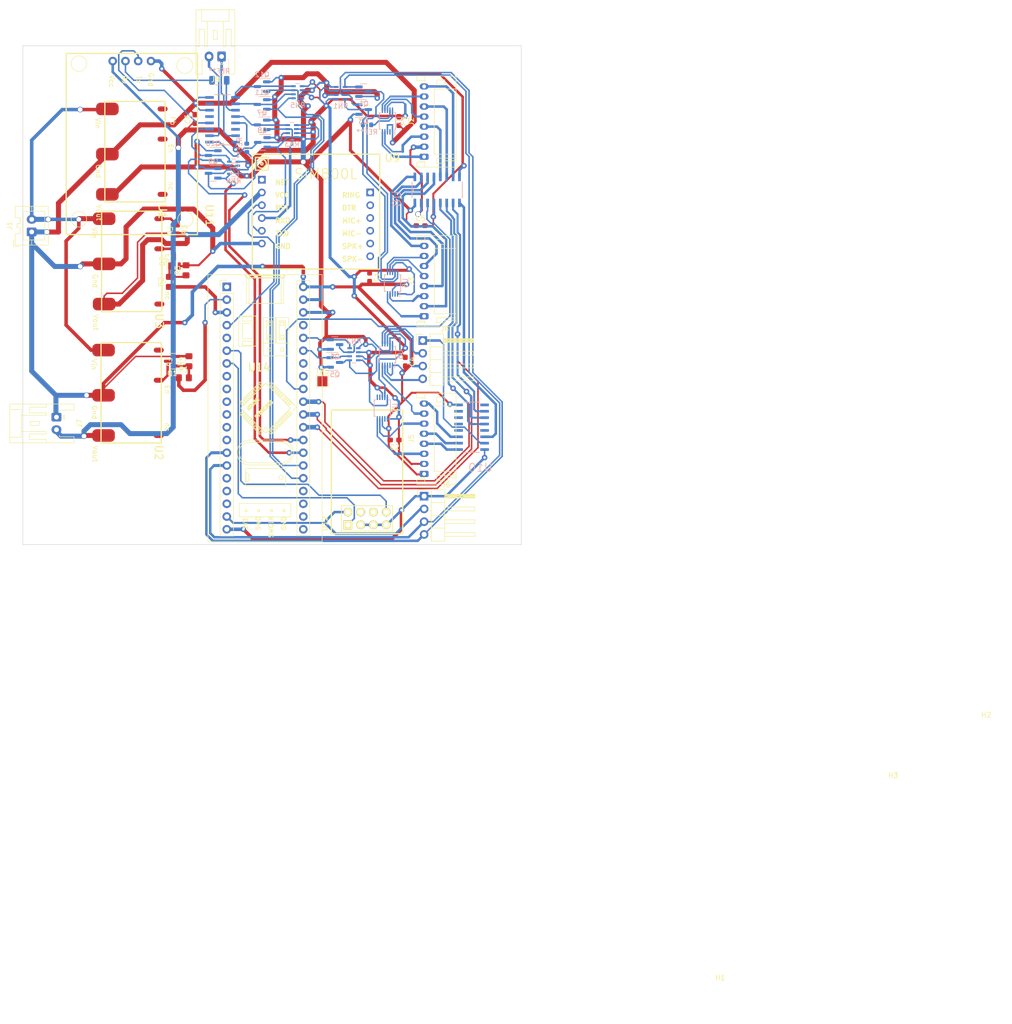
<source format=kicad_pcb>
(kicad_pcb (version 20211014) (generator pcbnew)
  (layers (0 "F.Cu" signal) (31 "B.Cu" signal) (34 "B.Paste" user) (35 "F.Paste" user) (36 "B.SilkS" user "B.Silkscreen") (37 "F.SilkS" user "F.Silkscreen") (38 "B.Mask" user) (39 "F.Mask" user) (44 "Edge.Cuts" user))
  (net 0 "")
  (net 1 "5.2v")
  (net 2 "GND")
  (net 3 "3.3v")
  (net 4 "/Power_Vin")
  (net 5 "/particles_rx")
  (net 6 "/particles_tx")
  (net 7 "/SCL1")
  (net 8 "/SDA1")
  (net 9 "/s4_en_1")
  (net 10 "/s4_out_1")
  (net 11 "/s3_en_1")
  (net 12 "/s3_out_1")
  (net 13 "/s2_en_1")
  (net 14 "/s2_out_1")
  (net 15 "/s1_en_1")
  (net 16 "/s1_out_1")
  (net 17 "/s8_en_1")
  (net 18 "/s8_out_1")
  (net 19 "/s7_en_1")
  (net 20 "/s7_out_1")
  (net 21 "/s6_en_1")
  (net 22 "/s6_out_1")
  (net 23 "/s5_en_1")
  (net 24 "/s5_out_1")
  (net 25 "/s11_12_13_en_1")
  (net 26 "/s13_out_1")
  (net 27 "/s12_out_1")
  (net 28 "/s11_out_1")
  (net 29 "/s14_en_1")
  (net 30 "/s14_out_1")
  (net 31 "/s10_out_1")
  (net 32 "/s10_en_1")
  (net 33 "/s9_en_1")
  (net 34 "/s9_out_1")
  (net 35 "Net-(JP1-Pad1)")
  (net 36 "/sim800_rx")
  (net 37 "/sim800_tx")
  (net 38 "/uart_mux_tx")
  (net 39 "/uart_mux_s0")
  (net 40 "/SCL2")
  (net 41 "/uart_mux_rx")
  (net 42 "/en_5.2v")
  (net 43 "/SDA2")
  (net 44 "/en_4.2v")
  (net 45 "4.2v")
  (net 46 "/en_5.2v_signal")
  (net 47 "/en_4.2v_signal")
  (net 48 "/esp_rx")
  (net 49 "/esp_tx")
  (net 50 "/sim800_rst")
  (net 51 "/sr_clear")
  (net 52 "/sr_clk")
  (net 53 "/sr_latch")
  (net 54 "/sr_in")
  (net 55 "/gps_rx")
  (net 56 "/gps_tx")
  (net 57 "Net-(Q1-Pad1)")
  (net 58 "Net-(Q2-Pad1)")
  (net 59 "Net-(Q3-Pad3)")
  (net 60 "Net-(Q4-Pad3)")
  (net 61 "Net-(Q6-Pad3)")
  (net 62 "Net-(Q7-Pad2)")
  (net 63 "Net-(Q8-Pad2)")
  (net 64 "Net-(Q9-Pad3)")
  (net 65 "Net-(Q10-Pad3)")
  (net 66 "Net-(Q11-Pad3)")
  (net 67 "Net-(Q12-Pad3)")
  (net 68 "Net-(R3-Pad1)")
  (net 81 "Net-(U10-Pad14)")
  (net 114 "/uart_mux_s1")
  (net 117 "Net-(Q5-Pad3)")
  (footprint "Connector_JST:JST_XA_B02B-XASK-1_1x02_P2.50mm_Vertical" (layer "F.Cu") (at 171.45 96.5 90)
    (fp_text reference "J1")
    (fp_text value "Conn_01x02")
  )
  (footprint "Connector_JST:JST_XA_S02B-XASK-1N-BN_1x02_P2.50mm_Horizontal" (layer "F.Cu") (at 176.382 133.37 -90)
    (fp_text reference "J7")
    (fp_text value "Conn_01x02")
  )
  (footprint "super-met:GY-GPS6MV2" (layer "F.Cu") (at 191.399 78.994 -90)
    (fp_text reference "U11")
    (fp_text value "GY-GPS6MV2" hide)
  )
  (footprint "Resistor_SMD:R_0805_2012Metric_Pad1.20x1.40mm_HandSolder" (layer "F.Cu") (at 201.7545 125.542)
    (fp_text reference "R1")
    (fp_text value "100")
  )
  (footprint "Resistor_SMD:R_0805_2012Metric_Pad1.20x1.40mm_HandSolder" (layer "F.Cu") (at 198.882 106.442 90)
    (fp_text reference "R2")
    (fp_text value "100")
  )
  (footprint "Capacitor_SMD:C_0603_1608Metric_Pad1.08x0.95mm_HandSolder" (layer "F.Cu") (at 243.7395 137.922 180)
    (fp_text reference "C2")
    (fp_text value "0.1uF")
  )
  (footprint "super-met:BLUEPILL" (layer "F.Cu") (at 217.932 131.572)
    (fp_text reference "U14")
    (fp_text value "BLUEPILL" hide)
  )
  (footprint "MountingHole:MountingHole_3.2mm_M3" (layer "F.Cu") (at 361.61 196.864)
    (fp_text reference "H2")
    (fp_text value "MountingHole")
  )
  (footprint "Resistor_SMD:R_0805_2012Metric_Pad1.20x1.40mm_HandSolder" (layer "F.Cu") (at 202.184 104.14 90)
    (fp_text reference "R5")
    (fp_text value "1k")
  )
  (footprint "ESP8266:ESP-01" (layer "F.Cu") (at 234.442 154.813 90)
    (fp_text reference "U12")
    (fp_text value "ESP-01v090")
  )
  (footprint "Capacitor_SMD:C_0603_1608Metric_Pad1.08x0.95mm_HandSolder" (layer "F.Cu") (at 244.602 74.422 -90)
    (fp_text reference "C3")
    (fp_text value "0.1uF")
  )
  (footprint "super-met:DC-DC" (layer "F.Cu") (at 192.024 80.518 -90)
    (fp_text reference "U1")
    (fp_text value "DC-DC_MOD" hide)
  )
  (footprint "MountingHole:MountingHole_3.2mm_M3" (layer "F.Cu") (at 343.06 208.914)
    (fp_text reference "H3")
    (fp_text value "MountingHole")
  )
  (footprint "super-met:DC-DC" (layer "F.Cu") (at 191.262 128.524 -90)
    (fp_text reference "U2")
    (fp_text value "DC-DC_MOD" hide)
  )
  (footprint "TestPoint:TestPoint_Pad_2.0x2.0mm" (layer "F.Cu") (at 229.362 126.238)
    (fp_text reference "TP5")
    (fp_text value "TestPoint")
  )
  (footprint "Connector_JST:JST_PH_S8B-PH-K_1x08_P2.00mm_Horizontal" (layer "F.Cu") (at 249.625 144.668 90)
    (fp_text reference "J5")
    (fp_text value "Conn_01x08")
  )
  (footprint "Capacitor_SMD:C_0603_1608Metric_Pad1.08x0.95mm_HandSolder" (layer "F.Cu") (at 203.962 74.0145 90)
    (fp_text reference "C6")
    (fp_text value "0.1uF")
  )
  (footprint "Package_TO_SOT_SMD:SOT-23" (layer "F.Cu") (at 199.898 102.362 90)
    (fp_text reference "Q2")
    (fp_text value "AO3400A")
  )
  (footprint "Package_TO_SOT_SMD:SOT-23" (layer "F.Cu") (at 199.4685 122.24 180)
    (fp_text reference "Q1")
    (fp_text value "AO3400A")
  )
  (footprint "super-met:DC-DC" (layer "F.Cu") (at 191.379 102.362 -90)
    (fp_text reference "U3")
    (fp_text value "DC-DC_MOD" hide)
  )
  (footprint "Capacitor_SMD:C_0603_1608Metric_Pad1.08x0.95mm_HandSolder" (layer "F.Cu") (at 248.92 95.25)
    (fp_text reference "C5")
    (fp_text value "0.1uF")
  )
  (footprint "Connector_JST:JST_PH_S8B-PH-K_1x08_P2.00mm_Horizontal" (layer "F.Cu") (at 249.625 113.284 90)
    (fp_text reference "J3")
    (fp_text value "Conn_01x08")
  )
  (footprint "Resistor_SMD:R_0805_2012Metric_Pad1.20x1.40mm_HandSolder" (layer "F.Cu") (at 200.269 96.012 -90)
    (fp_text reference "R3")
    (fp_text value "16.5-16.7-17k*")
  )
  (footprint "Connector_PinHeader_2.54mm:PinHeader_1x04_P2.54mm_Horizontal" (layer "F.Cu") (at 249.35 118.12)
    (fp_text reference "J4")
    (fp_text value "Conn_01x04")
  )
  (footprint "Connector_JST:JST_XA_S02B-XASK-1N-BN_1x02_P2.50mm_Horizontal" (layer "F.Cu") (at 209.276 61.574 180)
    (fp_text reference "J8")
    (fp_text value "Conn_01x02")
  )
  (footprint "Connector_JST:JST_PH_S8B-PH-K_1x08_P2.00mm_Horizontal" (layer "F.Cu") (at 249.625 81.534 90)
    (fp_text reference "J2")
    (fp_text value "Conn_01x08")
  )
  (footprint "super-met:SIM800L" (layer "F.Cu") (at 228.092 90.16543)
    (fp_text reference "U9")
    (fp_text value "SIM800L" hide)
  )
  (footprint "Capacitor_SMD:C_0603_1608Metric_Pad1.08x0.95mm_HandSolder" (layer "F.Cu") (at 245.872 122.3275 -90)
    (fp_text reference "C4")
    (fp_text value "0.1uF")
  )
  (footprint "Resistor_SMD:R_0805_2012Metric_Pad1.20x1.40mm_HandSolder" (layer "F.Cu") (at 202.7705 122.24 90)
    (fp_text reference "R4")
    (fp_text value "1k")
  )
  (footprint "MountingHole:MountingHole_3.2mm_M3" (layer "F.Cu") (at 308.61 249.174)
    (fp_text reference "H1")
    (fp_text value "MountingHole")
  )
  (footprint "Capacitor_SMD:C_0603_1608Metric_Pad1.08x0.95mm_HandSolder" (layer "F.Cu") (at 238.76 105.51188 -90)
    (fp_text reference "C1")
    (fp_text value "0.1uF")
  )
  (footprint "Connector_PinHeader_2.54mm:PinHeader_1x04_P2.54mm_Horizontal" (layer "F.Cu") (at 249.625 149.108)
    (fp_text reference "J6")
    (fp_text value "Conn_01x04")
  )
  (footprint "Package_TO_SOT_SMD:SOT-23" (layer "B.Cu") (at 217.336 71.12 180)
    (fp_text reference "Q11")
    (fp_text value "AO3400A")
  )
  (footprint "libs:SOIC127P600X175-16N" (layer "B.Cu") (at 259.08 135.382)
    (fp_text reference "U10")
    (fp_text value "74HC595")
  )
  (footprint "Package_SO:TSSOP-10_3x3mm_P0.5mm" (layer "B.Cu") (at 242.316 120.904 90)
    (fp_text reference "U6")
    (fp_text value "ADS1115IDGS")
  )
  (footprint "Resistor_SMD:R_Array_Concave_4x0603" (layer "B.Cu") (at 223.305 76.4286)
    (fp_text reference "RN3")
    (fp_text value "R_Pack04")
  )
  (footprint "Package_SO:TSSOP-10_3x3mm_P0.5mm" (layer "B.Cu") (at 241.3 131.572 90)
    (fp_text reference "U7")
    (fp_text value "ADS1115IDGS")
  )
  (footprint "Resistor_SMD:R_0603_1608Metric" (layer "B.Cu") (at 238.252 75.184)
    (fp_text reference "REF**")
    (fp_text value "0")
  )
  (footprint "Package_TO_SOT_SMD:SOT-23" (layer "B.Cu") (at 217.336 67.564 180)
    (fp_text reference "Q12")
    (fp_text value "AO3400A")
  )
  (footprint "libs:SOIC127P600X175-16N" (layer "B.Cu") (at 209.462 74.168)
    (fp_text reference "U13")
    (fp_text value "74HC4052D")
  )
  (footprint "Resistor_SMD:R_0603_1608Metric" (layer "B.Cu") (at 214.288 79.756 -90)
    (fp_text reference "REF**")
    (fp_text value "0")
  )
  (footprint "Package_TO_SOT_SMD:SOT-23" (layer "B.Cu") (at 217.4145 78.674 180)
    (fp_text reference "Q8")
    (fp_text value "AO3400A")
  )
  (footprint "Resistor_SMD:R_Array_Concave_4x0603" (layer "B.Cu") (at 211.6695 83.712)
    (fp_text reference "RN4")
    (fp_text value "R_Pack04")
  )
  (footprint "Package_TO_SOT_SMD:SOT-23" (layer "B.Cu") (at 237.5685 68.58)
    (fp_text reference "Q4")
    (fp_text value "AO3400A")
  )
  (footprint "Package_TO_SOT_SMD:SOT-23" (layer "B.Cu") (at 207.6055 81.28 180)
    (fp_text reference "Q10")
    (fp_text value "AO3400A")
  )
  (footprint "Package_TO_SOT_SMD:SOT-23" (layer "B.Cu") (at 217.336 75.184 180)
    (fp_text reference "Q7")
    (fp_text value "AO3400A")
  )
  (footprint "Resistor_SMD:R_1206_3216Metric" (layer "B.Cu") (at 208.827 66.3194 180)
    (fp_text reference "REF**")
    (fp_text value "0")
  )
  (footprint "Package_TO_SOT_SMD:SOT-23" (layer "B.Cu") (at 207.6055 84.836 180)
    (fp_text reference "Q9")
    (fp_text value "AO3400A")
  )
  (footprint "Package_TO_SOT_SMD:SOT-23" (layer "B.Cu") (at 231.85 122.482)
    (fp_text reference "Q5")
    (fp_text value "AO3400A")
  )
  (footprint "libs:SOIC127P600X175-16N" (layer "B.Cu") (at 252.222 88.138 -90)
    (fp_text reference "U8")
    (fp_text value "74HC595")
  )
  (footprint "Resistor_SMD:R_Array_Concave_4x0603" (layer "B.Cu") (at 235.65 120.85 180)
    (fp_text reference "RN2")
    (fp_text value "R_Pack04")
  )
  (footprint "Package_SO:TSSOP-10_3x3mm_P0.5mm" (layer "B.Cu") (at 242.316 74.422 90)
    (fp_text reference "U4")
    (fp_text value "ADS1115IDGS")
  )
  (footprint "Resistor_SMD:R_Array_Concave_4x0603" (layer "B.Cu") (at 232.9965 68.834)
    (fp_text reference "RN1")
    (fp_text value "R_Pack04")
  )
  (footprint "Resistor_SMD:R_Array_Concave_4x0603" (layer "B.Cu") (at 224.448 68.688)
    (fp_text reference "RN5")
    (fp_text value "R_Pack04")
  )
  (footprint "Package_SO:TSSOP-10_3x3mm_P0.5mm" (layer "B.Cu") (at 243.332 106.68 90)
    (fp_text reference "U5")
    (fp_text value "ADS1115IDGS")
  )
  (footprint "Package_TO_SOT_SMD:SOT-23" (layer "B.Cu") (at 231.85 118.926)
    (fp_text reference "Q6")
    (fp_text value "AO3400A")
  )
  (footprint "Package_TO_SOT_SMD:SOT-23" (layer "B.Cu") (at 237.5685 72.136)
    (fp_text reference "Q3")
    (fp_text value "AO3400A")
  )
  (gr_rect (start 169.672 59.436) (end 268.986 158.75) (layer "Edge.Cuts") (width 0.1) (fill none))
  (segment (start 202.184 76.2) (end 200.66 77.724) (width 1) (layer "F.Cu") (net 1))
  (segment (start 203.962 74.877) (end 203.507 74.877) (width 0.3) (layer "F.Cu") (net 1))
  (segment (start 230.124 71.374) (end 231.394 70.104) (width 0.5) (layer "F.Cu") (net 1))
  (segment (start 226.06 80.264) (end 227.5214 78.8026) (width 1) (layer "F.Cu") (net 1))
  (segment (start 244.602 133.35) (end 244.602 140.208) (width 0.4) (layer "F.Cu") (net 1))
  (segment (start 244.602 140.208) (end 247.142 142.748) (width 0.4) (layer "F.Cu") (net 1))
  (segment (start 227.5214 75.0824) (end 227.115 74.676) (width 1) (layer "F.Cu") (net 1))
  (segment (start 238.6155 120.5135) (end 244.9925 120.5135) (width 0.7) (layer "F.Cu") (net 1))
  (segment (start 244.9925 120.5135) (end 245.872 119.634) (width 0.7) (layer "F.Cu") (net 1))
  (segment (start 238.252 73.406) (end 245.872 73.406) (width 0.5) (layer "F.Cu") (net 1))
  (segment (start 235.712 105.41) (end 236.982 104.14) (width 0.6) (layer "F.Cu") (net 1))
  (segment (start 214.542 83.2612) (end 217.5392 80.264) (width 1) (layer "F.Cu") (net 1))
  (segment (start 212.0528 80.0862) (end 212.0528 79.4648) (width 1) (layer "F.Cu") (net 1))
  (segment (start 247.222 142.668) (end 249.625 142.668) (width 0.4) (layer "F.Cu") (net 1))
  (segment (start 241.808 127.508) (end 243.84 129.54) (width 0.5) (layer "F.Cu") (net 1))
  (segment (start 234.95 70.104) (end 238.252 73.406) (width 0.5) (layer "F.Cu") (net 1))
  (segment (start 227.115 74.676) (end 227.115 74.383) (width 1) (layer "F.Cu") (net 1))
  (segment (start 227.1912 69.723) (end 228.473 69.723) (width 0.3) (layer "F.Cu") (net 1))
  (segment (start 245.872 119.38) (end 235.712 109.22) (width 0.6) (layer "F.Cu") (net 1))
  (segment (start 231.394 70.104) (end 234.95 70.104) (width 0.5) (layer "F.Cu") (net 1))
  (segment (start 227.369 66.6496) (end 228.854 68.1346) (width 0.3) (layer "F.Cu") (net 1))
  (segment (start 247.142 142.748) (end 247.222 142.668) (width 0.4) (layer "F.Cu") (net 1))
  (segment (start 228.473 69.723) (end 230.124 71.374) (width 0.3) (layer "F.Cu") (net 1))
  (segment (start 212.6742 80.0862) (end 214.542 81.954) (width 1) (layer "F.Cu") (net 1))
  (segment (start 203.507 74.877) (end 202.184 76.2) (width 0.3) (layer "F.Cu") (net 1))
  (segment (start 227.5214 76.581) (end 227.5214 75.0824) (width 1) (layer "F.Cu") (net 1))
  (segment (start 245.872 119.634) (end 245.872 119.38) (width 0.6) (layer "F.Cu") (net 1))
  (segment (start 227.115 74.383) (end 230.124 71.374) (width 1) (layer "F.Cu") (net 1))
  (segment (start 214.542 83.2612) (end 214.542 81.954) (width 1) (layer "F.Cu") (net 1))
  (segment (start 185.762 137.024) (end 182 137.024) (width 1) (layer "F.Cu") (net 1))
  (segment (start 228.854 70.104) (end 230.124 71.374) (width 0.3) (layer "F.Cu") (net 1))
  (segment (start 244.9925 120.5855) (end 245.872 121.465) (width 0.3) (layer "F.Cu") (net 1))
  (segment (start 200.66 77.724) (end 200.66 79.756) (width 1) (layer "F.Cu") (net 1))
  (segment (start 246.38 104.14) (end 246.634 103.886) (width 0.6) (layer "F.Cu") (net 1))
  (segment (start 240.284 127.508) (end 241.808 127.508) (width 0.5) (layer "F.Cu") (net 1))
  (segment (start 212.0528 79.4648) (end 208.788 76.2) (width 1) (layer "F.Cu") (net 1))
  (segment (start 208.788 76.2) (end 202.184 76.2) (width 1) (layer "F.Cu") (net 1))
  (segment (start 238.6155 120.5135) (end 238.6155 122.7995) (width 0.7) (layer "F.Cu") (net 1))
  (segment (start 238.8695 126.0935) (end 240.284 127.508) (width 0.7) (layer "F.Cu") (net 1))
  (segment (start 244.9925 120.5135) (end 244.9925 120.5855) (width 0.3) (layer "F.Cu") (net 1))
  (segment (start 182 137.024) (end 181.864 137.16) (width 1) (layer "F.Cu") (net 1))
  (segment (start 238.6155 122.7995) (end 238.8695 123.0535) (width 0.7) (layer "F.Cu") (net 1))
  (segment (start 227.5214 78.8026) (end 227.5214 76.581) (width 1) (layer "F.Cu") (net 1))
  (segment (start 217.5392 80.264) (end 226.06 80.264) (width 1) (layer "F.Cu") (net 1))
  (segment (start 238.8695 123.0535) (end 238.8695 126.0935) (width 0.7) (layer "F.Cu") (net 1))
  (segment (start 236.982 104.14) (end 246.38 104.14) (width 0.6) (layer "F.Cu") (net 1))
  (segment (start 212.0528 80.0862) (end 212.6742 80.0862) (width 1) (layer "F.Cu") (net 1))
  (segment (start 228.854 68.1346) (end 228.854 70.104) (width 0.3) (layer "F.Cu") (net 1))
  (via (at 214.542 83.2612) (size 1.1) (drill 0.5) (layers "F.Cu" "B.Cu") (net 1))
  (via (at 235.712 105.41) (size 1.1) (drill 0.5) (layers "F.Cu" "B.Cu") (net 1))
  (via (at 240.284 127.508) (size 1.1) (drill 0.5) (layers "F.Cu" "B.Cu") (net 1))
  (via (at 235.712 109.22) (size 1.1) (drill 0.5) (layers "F.Cu" "B.Cu") (net 1))
  (via (at 238.6155 120.5135) (size 1.1) (drill 0.5) (layers "F.Cu" "B.Cu") (net 1))
  (via (at 227.1912 69.723) (size 1.1) (drill 0.5) (layers "F.Cu" "B.Cu") (net 1))
  (via (at 200.66 79.756) (size 1.1) (drill 0.9) (layers "F.Cu" "B.Cu") (net 1))
  (via (at 245.872 73.406) (size 1.1) (drill 0.5) (layers "F.Cu" "B.Cu") (net 1))
  (via (at 227.369 66.6496) (size 1.1) (drill 0.5) (layers "F.Cu" "B.Cu") (net 1))
  (via (at 238.8695 123.0535) (size 1.1) (drill 0.5) (layers "F.Cu" "B.Cu") (net 1))
  (via (at 244.602 133.35) (size 1.1) (drill 0.5) (layers "F.Cu" "B.Cu") (net 1))
  (via (at 246.634 103.886) (size 1.1) (drill 0.5) (layers "F.Cu" "B.Cu") (net 1))
  (via (at 227.115 74.676) (size 1.1) (drill 0.5) (layers "F.Cu" "B.Cu") (net 1))
  (via (at 230.124 71.374) (size 1.1) (drill 0.5) (layers "F.Cu" "B.Cu") (net 1))
  (via (at 212.0528 80.0862) (size 1.1) (drill 0.5) (layers "F.Cu" "B.Cu") (net 1))
  (via (at 227.5214 76.581) (size 1.1) (drill 0.5) (layers "F.Cu" "B.Cu") (net 1))
  (via (at 243.84 129.54) (size 1.1) (drill 0.5) (layers "F.Cu" "B.Cu") (net 1))
  (via (at 245.872 119.634) (size 1.1) (drill 0.5) (layers "F.Cu" "B.Cu") (net 1))
  (via (at 181.864 137.16) (size 1.1) (drill 0.9) (layers "F.Cu" "B.Cu") (net 1))
  (segment (start 230.886 71.882) (end 230.378 71.374) (width 0.6) (layer "B.Cu") (net 1))
  (segment (start 242.316 118.754) (end 242.316 117.094) (width 0.3) (layer "B.Cu") (net 1))
  (segment (start 199.644 135.382) (end 198.374 136.652) (width 1) (layer "B.Cu") (net 1))
  (segment (start 238.3615 123.0535) (end 238.8695 123.0535) (width 0.3) (layer "B.Cu") (net 1))
  (segment (start 245.99 108.83) (end 244.332 108.83) (width 0.3) (layer "B.Cu") (net 1))
  (segment (start 247.65 108.458) (end 247.142 108.966) (width 0.3) (layer "B.Cu") (net 1))
  (segment (start 214.504 82.512) (end 214.542 82.55) (width 0.3) (layer "B.Cu") (net 1))
  (segment (start 200.66 77.724) (end 200.66 79.756) (width 0.5) (layer "B.Cu") (net 1))
  (segment (start 212.5195 82.512) (end 214.504 82.512) (width 0.3) (layer "B.Cu") (net 1))
  (segment (start 242.316 117.094) (end 242.57 116.84) (width 0.3) (layer "B.Cu") (net 1))
  (segment (start 227.5214 76.581) (end 227.2738 76.8286) (width 0.3) (layer "B.Cu") (net 1))
  (segment (start 200.66 93.98) (end 199.644 94.996) (width 1) (layer "B.Cu") (net 1))
  (segment (start 244.602 133.35) (end 244.602 130.302) (width 0.5) (layer "B.Cu") (net 1))
  (segment (start 232.1465 70.034) (end 230.6405 70.034) (width 0.3) (layer "B.Cu") (net 1))
  (segment (start 236.5 120.45) (end 238.552 120.45) (width 0.3) (layer "B.Cu") (net 1))
  (segment (start 181.864 137.16) (end 177.292 137.16) (width 1) (layer "B.Cu") (net 1))
  (segment (start 225.298 69.088) (end 226.5562 69.088) (width 0.3) (layer "B.Cu") (net 1))
  (segment (start 198.374 136.652) (end 191.008 136.652) (width 1) (layer "B.Cu") (net 1))
  (segment (start 242.57 116.84) (end 244.856 116.84) (width 0.3) (layer "B.Cu") (net 1))
  (segment (start 227.115 74.676) (end 226.5624 75.2286) (width 0.3) (layer "B.Cu") (net 1))
  (segment (start 181.864 136.144) (end 181.864 137.16) (width 1) (layer "B.Cu") (net 1))
  (segment (start 242.3 133.722) (end 244.23 133.722) (width 0.3) (layer "B.Cu") (net 1))
  (segment (start 189.23 134.874) (end 183.134 134.874) (width 1) (layer "B.Cu") (net 1))
  (segment (start 237.358 122.05) (end 238.3615 123.0535) (width 0.3) (layer "B.Cu") (net 1))
  (segment (start 241.3 129.422) (end 241.3 128.547) (width 0.3) (layer "B.Cu") (net 1))
  (segment (start 227.369 66.6496) (end 227.3944 66.6242) (width 0.3) (layer "B.Cu") (net 1))
  (segment (start 244.602 130.302) (end 243.84 129.54) (width 0.5) (layer "B.Cu") (net 1))
  (segment (start 240.284 127.531) (end 240.284 127.508) (width 0.3) (layer "B.Cu") (net 1))
  (segment (start 226.5624 75.2286) (end 224.155 75.2286) (width 0.3) (layer "B.Cu") (net 1))
  (segment (start 191.008 136.652) (end 189.23 134.874) (width 1) (layer "B.Cu") (net 1))
  (segment (start 228.854 70.104) (end 230.124 71.374) (width 0.3) (layer "B.Cu") (net 1))
  (segment (start 244.094 102.616) (end 245.364 102.616) (width 0.3) (layer "B.Cu") (net 1))
  (segment (start 227.2738 76.8286) (end 224.155 76.8286) (width 0.3) (layer "B.Cu") (net 1))
  (segment (start 244.856 116.84) (end 245.872 117.856) (width 0.3) (layer "B.Cu") (net 1))
  (segment (start 245.872 117.856) (end 245.872 119.634) (width 0.3) (layer "B.Cu") (net 1))
  (segment (start 242.316 72.272) (end 242.316 71.518212) (width 0.3) (layer "B.Cu") (net 1))
  (segment (start 187.589 62.484) (end 187.589 64.653) (width 0.5) (layer "B.Cu") (net 1))
  (segment (start 230.378 71.374) (end 230.124 71.374) (width 0.6) (layer "B.Cu") (net 1))
  (segment (start 226.5562 69.088) (end 227.1912 69.723) (width 0.3) (layer "B.Cu") (net 1))
  (segment (start 230.126793 67.818) (end 229.616 67.818) (width 0.3) (layer "B.Cu") (net 1))
  (segment (start 244.23 133.722) (end 244.602 133.35) (width 0.3) (layer "B.Cu") (net 1))
  (segment (start 245.45 70.7) (end 245.872 71.122) (width 0.3) (layer "B.Cu") (net 1))
  (segment (start 212.0528 78.613) (end 212.0528 79.6544) (width 0.3) (layer "B.Cu") (net 1))
  (segment (start 230.886 101.6) (end 230.886 71.882) (width 0.6) (layer "B.Cu") (net 1))
  (segment (start 214.542 82.55) (end 214.542 83.2612) (width 0.3) (layer "B.Cu") (net 1))
  (segment (start 232.1465 68.434) (end 230.742793 68.434) (width 0.3) (layer "B.Cu") (net 1))
  (segment (start 214.542 84.074) (end 214.504 84.112) (width 0.3) (layer "B.Cu") (net 1))
  (segment (start 241.3 128.547) (end 240.284 127.531) (width 0.3) (layer "B.Cu") (net 1))
  (segment (start 243.134212 70.7) (end 245.45 70.7) (width 0.3) (layer "B.Cu") (net 1))
  (segment (start 236.5 122.05) (end 237.358 122.05) (width 0.3) (layer "B.Cu") (net 1))
  (segment (start 246.634 103.886) (end 247.65 104.902) (width 0.3) (layer "B.Cu") (net 1))
  (segment (start 229.616 67.818) (end 228.854 68.58) (width 0.3) (layer "B.Cu") (net 1))
  (segment (start 200.66 79.756) (end 200.66 93.98) (width 1) (layer "B.Cu") (net 1))
  (segment (start 235.712 109.22) (end 235.712 105.41) (width 0.6) (layer "B.Cu") (net 1))
  (segment (start 234.696 105.41) (end 230.886 101.6) (width 0.6) (layer "B.Cu") (net 1))
  (segment (start 247.142 108.966) (end 246.126 108.966) (width 0.3) (layer "B.Cu") (net 1))
  (segment (start 199.644 94.996) (end 199.644 135.382) (width 1) (layer "B.Cu") (net 1))
  (segment (start 212.0274 79.6798) (end 212.0274 80.0862) (width 0.3) (layer "B.Cu") (net 1))
  (segment (start 247.65 104.902) (end 247.65 108.458) (width 0.3) (layer "B.Cu") (net 1))
  (segment (start 187.589 64.653) (end 200.66 77.724) (width 0.5) (layer "B.Cu") (net 1))
  (segment (start 245.872 71.122) (end 245.872 73.406) (width 0.5) (layer "B.Cu") (net 1))
  (segment (start 245.364 102.616) (end 246.634 103.886) (width 0.3) (layer "B.Cu") (net 1))
  (segment (start 226.5306 67.488) (end 227.369 66.6496) (width 0.3) (layer "B.Cu") (net 1))
  (segment (start 230.124 71.374) (end 230.124 70.5505) (width 0.3) (layer "B.Cu") (net 1))
  (segment (start 243.332 103.378) (end 244.094 102.616) (width 0.3) (layer "B.Cu") (net 1))
  (segment (start 230.742793 68.434) (end 230.126793 67.818) (width 0.3) (layer "B.Cu") (net 1))
  (segment (start 214.542 83.2612) (end 214.542 84.074) (width 0.3) (layer "B.Cu") (net 1))
  (segment (start 235.712 105.41) (end 234.696 105.41) (width 0.6) (layer "B.Cu") (net 1))
  (segment (start 177.292 137.16) (end 176.276 136.144) (width 1) (layer "B.Cu") (net 1))
  (segment (start 243.332 104.53) (end 243.332 103.378) (width 0.3) (layer "B.Cu") (net 1))
  (segment (start 212.0528 80.0862) (end 212.0274 80.0862) (width 0.3) (layer "B.Cu") (net 1))
  (segment (start 230.124 70.5505) (end 230.6405 70.034) (width 0.3) (layer "B.Cu") (net 1))
  (segment (start 242.316 71.518212) (end 243.134212 70.7) (width 0.3) (layer "B.Cu") (net 1))
  (segment (start 238.6155 120.5135) (end 238.552 120.45) (width 0.3) (layer "B.Cu") (net 1))
  (segment (start 212.0528 79.6544) (end 212.0274 79.6798) (width 0.3) (layer "B.Cu") (net 1))
  (segment (start 212.0528 80.1116) (end 212.0528 80.0862) (width 0.3) (layer "B.Cu") (net 1))
  (segment (start 228.854 68.58) (end 228.854 70.104) (width 0.3) (layer "B.Cu") (net 1))
  (segment (start 246.126 108.966) (end 245.99 108.83) (width 0.3) (layer "B.Cu") (net 1))
  (segment (start 227.1912 69.723) (end 227.2166 69.7484) (width 0.3) (layer "B.Cu") (net 1))
  (segment (start 212.5195 84.112) (end 214.504 84.112) (width 0.3) (layer "B.Cu") (net 1))
  (segment (start 225.298 67.488) (end 226.5306 67.488) (width 0.3) (layer "B.Cu") (net 1))
  (segment (start 183.134 134.874) (end 181.864 136.144) (width 1) (layer "B.Cu") (net 1))
  (segment (start 185.762 126.658) (end 197.866 114.554) (width 0.7) (layer "F.Cu") (net 2))
  (segment (start 202.7705 121.24) (end 200.456 121.24) (width 0.5) (layer "F.Cu") (net 2))
  (segment (start 185.754 129.032) (end 185.762 129.024) (width 1) (layer "F.Cu") (net 2))
  (segment (start 247.142 122.682) (end 245.237 124.587) (width 0.7) (layer "F.Cu") (net 2))
  (segment (start 193.802 91.948) (end 203.708 91.948) (width 1) (layer "F.Cu") (net 2))
  (segment (start 176.784 90.758) (end 176.784 96.52) (width 1) (layer "F.Cu") (net 2))
  (segment (start 211.074 70.866) (end 219.202 62.738) (width 1) (layer "F.Cu") (net 2))
  (segment (start 190.246 101.854) (end 190.246 95.504) (width 1) (layer "F.Cu") (net 2))
  (segment (start 244.7025 75.2845) (end 245.745 76.327) (width 0.3) (layer "F.Cu") (net 2))
  (segment (start 185.762 129.024) (end 185.762 127.674) (width 0.3) (layer "F.Cu") (net 2))
  (segment (start 203.029 71.965) (end 204.128 70.866) (width 1) (layer "F.Cu") (net 2))
  (segment (start 199.81 75.184) (end 203.029 71.965) (width 1) (layer "F.Cu") (net 2))
  (segment (start 197.866 114.554) (end 201.93 114.554) (width 0.7) (layer "F.Cu") (net 2))
  (segment (start 185.879 102.862) (end 189.238 102.862) (width 1) (layer "F.Cu") (net 2))
  (segment (start 257.302 69.596) (end 252.73 65.024) (width 0.5) (layer "F.Cu") (net 2))
  (segment (start 181.102 103.378) (end 181.618 102.862) (width 1) (layer "F.Cu") (net 2))
  (segment (start 204.128 70.866) (end 204.128 70.778) (width 0.7) (layer "F.Cu") (net 2))
  (segment (start 231.394 107.442) (end 236.728 107.442) (width 0.6) (layer "F.Cu") (net 2))
  (segment (start 251.46 93.472) (end 251.46 94.996) (width 0.3) (layer "F.Cu") (net 2))
  (segment (start 257.302 83.058) (end 257.302 69.596) (width 0.5) (layer "F.Cu") (net 2))
  (segment (start 242.062 62.738) (end 247.65 68.326) (width 1) (layer "F.Cu") (net 2))
  (segment (start 225.298 103.378) (end 225.552 103.632) (width 0.7) (layer "F.Cu") (net 2))
  (segment (start 251.46 88.9) (end 255.016 85.344) (width 0.4) (layer "F.Cu") (net 2))
  (segment (start 236.728 107.442) (end 237.236 106.934) (width 0.7) (layer "F.Cu") (net 2))
  (segment (start 252.73 65.024) (end 244.348 65.024) (width 0.5) (layer "F.Cu") (net 2))
  (segment (start 251.46 93.472) (end 251.46 88.9) (width 0.4) (layer "F.Cu") (net 2))
  (segment (start 193.04 75.184) (end 199.81 75.184) (width 1) (layer "F.Cu") (net 2))
  (segment (start 247.142 118.11) (end 247.142 122.682) (width 0.7) (layer "F.Cu") (net 2))
  (segment (start 257.048 83.312) (end 257.556 83.312) (width 0.4) (layer "F.Cu") (net 2))
  (segment (start 176.784 96.52) (end 174.498 96.52) (width 1) (layer "F.Cu") (net 2))
  (segment (start 204.128 70.866) (end 211.074 70.866) (width 1) (layer "F.Cu") (net 2))
  (segment (start 237.236 106.934) (end 246.126 106.934) (width 0.7) (layer "F.Cu") (net 2))
  (segment (start 244.602 75.2845) (end 244.7025 75.2845) (width 0.3) (layer "F.Cu") (net 2))
  (segment (start 202.184 103.14) (end 204.708 103.14) (width 0.4) (layer "F.Cu") (net 2))
  (segment (start 247.142 128.524) (end 245.237 130.429) (width 0.4) (layer "F.Cu") (net 2))
  (segment (start 204.128 70.778) (end 197.358 64.008) (width 0.7) (layer "F.Cu") (net 2))
  (segment (start 182.372 129.032) (end 185.754 129.032) (width 1) (layer "F.Cu") (net 2))
  (segment (start 192.146 121.29) (end 200.406 121.29) (width 0.3) (layer "F.Cu") (net 2))
  (segment (start 257.556 83.312) (end 257.302 83.058) (width 0.5) (layer "F.Cu") (net 2))
  (segment (start 203.029 72.219) (end 203.029 71.965) (width 0.3) (layer "F.Cu") (net 2))
  (segment (start 200.848 103.2995) (end 202.0245 103.2995) (width 0.4) (layer "F.Cu") (net 2))
  (segment (start 247.65 68.326) (end 247.65 74.422) (width 1) (layer "F.Cu") (net 2))
  (segment (start 252.476 128.524) (end 247.142 128.524) (width 0.4) (layer "F.Cu") (net 2))
  (segment (start 219.202 62.738) (end 242.062 62.738) (width 1) (layer "F.Cu") (net 2))
  (segment (start 245.745 76.327) (end 243.332 78.74) (width 1) (layer "F.Cu") (net 2))
  (segment (start 185.762 129.024) (end 185.762 126.658) (width 0.7) (layer "F.Cu") (net 2))
  (segment (start 190.246 95.504) (end 193.802 91.948) (width 1) (layer "F.Cu") (net 2))
  (segment (start 203.708 91.948) (end 207.518 95.758) (width 1) (layer "F.Cu") (net 2))
  (segment (start 247.65 74.422) (end 245.745 76.327) (width 1) (layer "F.Cu") (net 2))
  (segment (start 185.762 127.674) (end 192.146 121.29) (width 0.3) (layer "F.Cu") (net 2))
  (segment (start 217.424 103.378) (end 225.298 103.378) (width 0.7) (layer "F.Cu") (net 2))
  (segment (start 236.728 107.442) (end 236.728 107.696) (width 0.7) (layer "F.Cu") (net 2))
  (segment (start 181.618 102.862) (end 185.879 102.862) (width 1) (layer "F.Cu") (net 2))
  (segment (start 251.206 95.25) (end 249.7825 95.25) (width 0.3) (layer "F.Cu") (net 2))
  (segment (start 254.762 130.81) (end 252.476 128.524) (width 0.4) (layer "F.Cu") (net 2))
  (segment (start 203.962 73.152) (end 203.029 72.219) (width 0.3) (layer "F.Cu") (net 2))
  (segment (start 249.513 144.78) (end 249.625 144.668) (width 0.4) (layer "F.Cu") (net 2))
  (segment (start 200.456 121.24) (end 200.406 121.29) (width 0.5) (layer "F.Cu") (net 2))
  (segment (start 242.57 135.636) (end 242.57 139.192) (width 0.4) (layer "F.Cu") (net 2))
  (segment (start 204.708 103.14) (end 207.518 100.33) (width 0.4) (layer "F.Cu") (net 2))
  (segment (start 189.238 102.862) (end 190.246 101.854) (width 1) (layer "F.Cu") (net 2))
  (segment (start 236.728 107.696) (end 247.142 118.11) (width 0.7) (layer "F.Cu") (net 2))
  (segment (start 186.524 81.018) (end 187.206 81.018) (width 1) (layer "F.Cu") (net 2))
  (segment (start 202.0245 103.2995) (end 202.184 103.14) (width 0.4) (layer "F.Cu") (net 2))
  (segment (start 248.158 144.78) (end 249.513 144.78) (width 0.4) (layer "F.Cu") (net 2))
  (segment (start 255.016 85.344) (end 257.048 83.312) (width 0.4) (layer "F.Cu") (net 2))
  (segment (start 251.46 94.996) (end 251.206 95.25) (width 0.3) (layer "F.Cu") (net 2))
  (segment (start 225.552 103.632) (end 225.552 105.41) (width 0.7) (layer "F.Cu") (net 2))
  (segment (start 242.57 139.192) (end 248.158 144.78) (width 0.4) (layer "F.Cu") (net 2))
  (segment (start 187.206 81.018) (end 193.04 75.184) (width 1) (layer "F.Cu") (net 2))
  (segment (start 245.237 130.429) (end 242.57 133.096) (width 0.4) (layer "F.Cu") (net 2))
  (segment (start 245.237 124.587) (end 245.237 130.429) (width 0.4) (layer "F.Cu") (net 2))
  (segment (start 207.518 95.758) (end 207.518 100.33) (width 1) (layer "F.Cu") (net 2))
  (segment (start 242.57 133.096) (end 242.57 135.636) (width 0.4) (layer "F.Cu") (net 2))
  (segment (start 186.524 81.018) (end 176.784 90.758) (width 1) (layer "F.Cu") (net 2))
  (segment (start 244.348 65.024) (end 242.062 62.738) (width 0.5) (layer "F.Cu") (net 2))
  (via (at 246.126 106.934) (size 1.1) (drill 0.5) (layers "F.Cu" "B.Cu") (net 2))
  (via (at 231.394 107.442) (size 1.1) (drill 0.5) (layers "F.Cu" "B.Cu") (net 2))
  (via (at 182.372 129.032) (size 1.1) (drill 0.9) (layers "F.Cu" "B.Cu") (net 2))
  (via (at 197.358 64.008) (size 1.1) (drill 0.5) (layers "F.Cu" "B.Cu") (net 2))
  (via (at 242.57 135.636) (size 1.1) (drill 0.5) (layers "F.Cu" "B.Cu") (net 2))
  (via (at 251.46 93.472) (size 1.1) (drill 0.5) (layers "F.Cu" "B.Cu") (net 2))
  (via (at 225.552 105.41) (size 1.1) (drill 0.5) (layers "F.Cu" "B.Cu") (net 2))
  (via (at 257.556 83.312) (size 1.1) (drill 0.5) (layers "F.Cu" "B.Cu") (net 2))
  (via (at 245.237 124.587) (size 1.1) (drill 0.5) (layers "F.Cu" "B.Cu") (net 2))
  (via (at 207.518 100.33) (size 1.1) (drill 0.5) (layers "F.Cu" "B.Cu") (net 2))
  (via (at 254.762 130.81) (size 1.1) (drill 0.5) (layers "F.Cu" "B.Cu") (net 2))
  (via (at 204.128 70.866) (size 1.1) (drill 0.5) (layers "F.Cu" "B.Cu") (net 2))
  (via (at 217.424 103.378) (size 1.1) (drill 0.5) (layers "F.Cu" "B.Cu") (net 2))
  (via (at 174.498 96.52) (size 1.1) (drill 0.9) (layers "F.Cu" "B.Cu") (net 2))
  (via (at 181.102 103.378) (size 1.1) (drill 0.9) (layers "F.Cu" "B.Cu") (net 2))
  (via (at 243.332 78.74) (size 1.1) (drill 0.5) (layers "F.Cu" "B.Cu") (net 2))
  (via (at 201.93 114.554) (size 1.1) (drill 0.5) (layers "F.Cu" "B.Cu") (net 2))
  (segment (start 229.108 107.442) (end 231.394 107.442) (width 0.6) (layer "B.Cu") (net 2))
  (segment (start 181.102 103.378) (end 181.356 103.124) (width 1) (layer "B.Cu") (net 2))
  (segment (start 211.582 154.432) (end 230.124 154.432) (width 0.4) (layer "B.Cu") (net 2))
  (segment (start 243.332 78.74) (end 243.316 78.724) (width 0.3) (layer "B.Cu") (net 2))
  (segment (start 254.889 130.937) (end 254.762 130.81) (width 0.5) (layer "B.Cu") (net 2))
  (segment (start 171.45 96.5) (end 171.45 98.806) (width 1) (layer "B.Cu") (net 2))
  (segment (start 209.042 98.806) (end 217.297 98.806) (width 0.7) (layer "B.Cu") (net 2))
  (segment (start 243.332 75.681) (end 243.332 75.184) (width 0.3) (layer "B.Cu") (net 2))
  (segment (start 195.209 62.484) (end 196.85 62.484) (width 0.7) (layer "B.Cu") (net 2))
  (segment (start 176.276 133.644) (end 176.276 129.032) (width 1) (layer "B.Cu") (net 2))
  (segment (start 210.312 153.162) (end 211.582 154.432) (width 0.4) (layer "B.Cu") (net 2))
  (segment (start 204.128 70.866) (end 204.128 71.374) (width 0.3) (layer "B.Cu") (net 2))
  (segment (start 229.108 109.982) (end 229.108 107.442) (width 0.6) (layer "B.Cu") (net 2))
  (segment (start 203.454 113.03) (end 201.93 114.554) (width 0.7) (layer "B.Cu") (net 2))
  (segment (start 181.102 103.378) (end 176.022 103.378) (width 1) (layer "B.Cu") (net 2))
  (segment (start 225.552 107.442) (end 229.108 107.442) (width 0.6) (layer "B.Cu") (net 2))
  (segment (start 251.587 90.7288) (end 251.587 93.345) (width 0.5) (layer "B.Cu") (net 2))
  (segment (start 242.316 75.184) (end 242.316 76.572) (width 0.3) (layer "B.Cu") (net 2))
  (segment (start 243.316 75.697) (end 243.332 75.681) (width 0.3) (layer "B.Cu") (net 2))
  (segment (start 244.353 106.934) (end 246.126 106.934) (width 0.3) (layer "B.Cu") (net 2))
  (segment (start 207.518 100.33) (end 209.042 98.806) (width 0.7) (layer "B.Cu") (net 2))
  (segment (start 204.763 69.723) (end 204.128 70.358) (width 0.3) (layer "B.Cu") (net 2))
  (segment (start 196.85 62.484) (end 197.358 62.992) (width 0.7) (layer "B.Cu") (net 2))
  (segment (start 225.552 107.442) (end 225.552 105.41) (width 0.7) (layer "B.Cu") (net 2))
  (segment (start 176.022 103.378) (end 171.45 98.806) (width 1) (layer "B.Cu") (net 2))
  (segment (start 243.332 78.74) (end 243.332 76.588) (width 0.3) (layer "B.Cu") (net 2))
  (segment (start 171.45 98.806) (end 171.45 124.206) (width 1) (layer "B.Cu") (net 2))
  (segment (start 243.332 75.184) (end 242.316 75.184) (width 0.3) (layer "B.Cu") (net 2))
  (segment (start 204.128 70.358) (end 204.128 70.866) (width 0.3) (layer "B.Cu") (net 2))
  (segment (start 256.667 84.201) (end 257.556 83.312) (width 0.5) (layer "B.Cu") (net 2))
  (segment (start 243.97 156.588) (end 232.026 156.588) (width 0.5) (layer "B.Cu") (net 2))
  (segment (start 232.026 156.588) (end 230.124 154.686) (width 0.5) (layer "B.Cu") (net 2))
  (segment (start 231.775 152.273) (end 234.442 152.273) (width 0.5) (layer "B.Cu") (net 2))
  (segment (start 256.667 85.5472) (end 256.667 84.201) (width 0.5) (layer "B.Cu") (net 2))
  (segment (start 230.124 154.686) (end 230.124 153.924) (width 0.5) (layer "B.Cu") (net 2))
  (segment (start 241.808 135.636) (end 241.3 135.128) (width 0.3) (layer "B.Cu") (net 2))
  (segment (start 225.552 109.982) (end 229.108 109.982) (width 0.6) (layer "B.Cu") (net 2))
  (segment (start 242.316 124.46) (end 242.316 123.054) (width 0.3) (layer "B.Cu") (net 2))
  (segment (start 243.316 76.572) (end 243.316 75.697) (width 0.3) (layer "B.Cu") (net 2))
  (segment (start 245.237 124.587) (end 245.364 124.46) (width 0.3) (layer "B.Cu") (net 2))
  (segment (start 246.126 106.934) (end 246.38 106.934) (width 0.3) (layer "B.Cu") (net 2))
  (segment (start 256.4892 130.937) (end 254.889 130.937) (width 0.5) (layer "B.Cu") (net 2))
  (segment (start 243.332 108.83) (end 243.332 107.955) (width 0.3) (layer "B.Cu") (net 2))
  (segment (start 241.3 135.128) (end 241.3 133.722) (width 0.3) (layer "B.Cu") (net 2))
  (segment (start 243.332 76.588) (end 243.316 76.572) (width 0.3) (layer "B.Cu") (net 2))
  (segment (start 251.587 93.345) (end 251.46 93.472) (width 0.5) (layer "B.Cu") (net 2))
  (segment (start 243.332 107.955) (end 244.353 106.934) (width 0.3) (layer "B.Cu") (net 2))
  (segment (start 174.498 96.52) (end 174.478 96.5) (width 1) (layer "B.Cu") (net 2))
  (segment (start 208.534 103.378) (end 203.454 108.458) (width 0.7) (layer "B.Cu") (net 2))
  (segment (start 249.625 151.648) (end 248.91 151.648) (width 0.5) (layer "B.Cu") (net 2))
  (segment (start 203.454 108.458) (end 203.454 113.03) (width 0.7) (layer "B.Cu") (net 2))
  (segment (start 242.57 135.636) (end 241.808 135.636) (width 0.3) (layer "B.Cu") (net 2))
  (segment (start 243.316 123.054) (end 243.316 124.73) (width 0.3) (layer "B.Cu") (net 2))
  (segment (start 171.45 96.5) (end 174.478 96.5) (width 1) (layer "B.Cu") (net 2))
  (segment (start 217.424 103.378) (end 208.534 103.378) (width 0.7) (layer "B.Cu") (net 2))
  (segment (start 205.017 72.263) (end 206.8712 72.263) (width 0.3) (layer "B.Cu") (net 2))
  (segment (start 176.276 129.032) (end 182.372 129.032) (width 1) (layer "B.Cu") (net 2))
  (segment (start 243.316 124.73) (end 242.951 125.095) (width 0.3) (layer "B.Cu") (net 2))
  (segment (start 245.237 124.587) (end 245.237 123.825) (width 0.3) (layer "B.Cu") (net 2))
  (segment (start 244.466 123.054) (end 243.316 123.054) (width 0.3) (layer "B.Cu") (net 2))
  (segment (start 248.91 151.648) (end 243.97 156.588) (width 0.5) (layer "B.Cu") (net 2))
  (segment (start 206.8712 69.723) (end 204.763 69.723) (width 0.3) (layer "B.Cu") (net 2))
  (segment (start 204.128 71.374) (end 205.017 72.263) (width 0.3) (layer "B.Cu") (net 2))
  (segment (start 171.45 124.206) (end 176.276 129.032) (width 1) (layer "B.Cu") (net 2))
  (segment (start 197.358 62.992) (end 197.358 64.008) (width 0.7) (layer "B.Cu") (net 2))
  (segment (start 242.951 125.095) (end 242.316 124.46) (width 0.3) (layer "B.Cu") (net 2))
  (segment (start 245.237 123.825) (end 244.466 123.054) (width 0.3) (layer "B.Cu") (net 2))
  (segment (start 230.124 153.924) (end 231.775 152.273) (width 0.5) (layer "B.Cu") (net 2))
  (segment (start 213.614 155.702) (end 215.646 157.734) (width 0.7) (layer "F.Cu") (net 3))
  (segment (start 219.876 74.041) (end 220.0538 74.2188) (width 1) (layer "F.Cu") (net 3))
  (segment (start 237.998 117.856) (end 237.998 118.872) (width 0.7) (layer "F.Cu") (net 3))
  (segment (start 230.124 117.348) (end 237.49 117.348) (width 0.7) (layer "F.Cu") (net 3))
  (segment (start 226.822 82.55) (end 225.552 82.55) (width 1) (layer "F.Cu") (net 3))
  (segment (start 228.854 121.412) (end 228.854 119.888) (width 0.7) (layer "F.Cu") (net 3))
  (segment (start 226.2768 68.3006) (end 227.3182 68.3006) (width 1) (layer "F.Cu") (net 3))
  (segment (start 221.146 68.326) (end 219.876 69.596) (width 1) (layer "F.Cu") (net 3))
  (segment (start 229.362 123.698) (end 229.108 123.444) (width 0.3) (layer "F.Cu") (net 3))
  (segment (start 234.95 80.264) (end 234.95 74.168) (width 0.6) (layer "F.Cu") (net 3))
  (segment (start 239.776 68.58) (end 240.284 69.088) (width 1) (layer "F.Cu") (net 3))
  (segment (start 217.932 82.55) (end 225.552 82.55) (width 1) (layer "F.Cu") (net 3))
  (segment (start 246.888 92.202) (end 246.126 92.964) (width 0.3) (layer "F.Cu") (net 3))
  (segment (start 225.044 70.612) (end 225.044 69.5334) (width 1) (layer "F.Cu") (net 3))
  (segment (start 225.044 69.5334) (end 226.2768 68.3006) (width 1) (layer "F.Cu") (net 3))
  (segment (start 229.87 69.342) (end 230.632 68.58) (width 1) (layer "F.Cu") (net 3))
  (segment (start 246.126 92.964) (end 246.126 94.488) (width 0.3) (layer "F.Cu") (net 3))
  (segment (start 226.5054 71.4248) (end 225.8568 71.4248) (width 1) (layer "F.Cu") (net 3))
  (segment (start 213.106 85.344) (end 211.328 83.566) (width 1) (layer "F.Cu") (net 3))
  (segment (start 247.8035 95.504) (end 248.0575 95.25) (width 0.3) (layer "F.Cu") (net 3))
  (segment (start 219.876 69.596) (end 219.876 74.041) (width 1) (layer "F.Cu") (net 3))
  (segment (start 229.108 111.252) (end 229.108 86.106) (width 0.9) (layer "F.Cu") (net 3))
  (segment (start 220.6126 78.0034) (end 220.3078 77.6986) (width 1) (layer "F.Cu") (net 3))
  (segment (start 237.49 117.348) (end 237.998 117.856) (width 0.7) (layer "F.Cu") (net 3))
  (segment (start 214.288 85.344) (end 215.138 85.344) (width 1) (layer "F.Cu") (net 3))
  (segment (start 230.124 113.792) (end 230.124 117.348) (width 0.7) (layer "F.Cu") (net 3))
  (segment (start 229.362 126.238) (end 229.362 123.698) (width 0.3) (layer "F.Cu") (net 3))
  (segment (start 204.382 78.486) (end 204.382 83.566) (width 1) (layer "F.Cu") (net 3))
  (segment (start 234.95 74.168) (end 234.95 74.422) (width 1) (layer "F.Cu") (net 3))
  (segment (start 231.394 112.522) (end 230.378 112.522) (width 0.9) (layer "F.Cu") (net 3))
  (segment (start 220.3078 74.4728) (end 220.0538 74.2188) (width 1) (layer "F.Cu") (net 3))
  (segment (start 225.591 78.0034) (end 220.6126 78.0034) (width 1) (layer "F.Cu") (net 3))
  (segment (start 229.108 121.666) (end 228.854 121.412) (width 0.7) (layer "F.Cu") (net 3))
  (segment (start 228.854 119.888) (end 228.854 118.618) (width 0.7) (layer "F.Cu") (net 3))
  (segment (start 225.8568 71.4248) (end 225.044 70.612) (width 1) (layer "F.Cu") (net 3))
  (segment (start 245.11 155.702) (end 245.11 151.892) (width 0.7) (layer "F.Cu") (net 3))
  (segment (start 230.2025 69.0095) (end 229.87 69.342) (width 1) (layer "F.Cu") (net 3))
  (segment (start 220.3078 77.6986) (end 220.3078 74.4728) (width 1) (layer "F.Cu") (net 3))
  (segment (start 225.552 65.786) (end 226.314 65.024) (width 1) (layer "F.Cu") (net 3))
  (segment (start 221.146 65.786) (end 221.146 68.326) (width 1) (layer "F.Cu") (net 3))
  (segment (start 225.591 72.3392) (end 226.5054 71.4248) (width 1) (layer "F.Cu") (net 3))
  (segment (start 214.288 85.344) (end 213.106 85.344) (width 1) (layer "F.Cu") (net 3))
  (segment (start 229.108 123.444) (end 229.108 121.666) (width 0.7) (layer "F.Cu") (net 3))
  (segment (start 226.314 65.024) (end 228.4245 65.024) (width 1) (layer "F.Cu") (net 3))
  (segment (start 247.142 95.504) (end 247.8035 95.504) (width 0.3) (layer "F.Cu") (net 3))
  (segment (start 230.632 68.58) (end 239.776 68.58) (width 1) (layer "F.Cu") (net 3))
  (segment (start 221.146 65.786) (end 225.552 65.786) (width 1) (layer "F.Cu") (net 3))
  (segment (start 246.888 92.202) (end 234.95 80.264) (width 0.6) (layer "F.Cu") (net 3))
  (segment (start 240.284 69.088) (end 240.284 69.85) (width 1) (layer "F.Cu") (net 3))
  (segment (start 243.078 157.734) (end 245.11 155.702) (width 0.7) (layer "F.Cu") (net 3))
  (segment (start 186.524 89.018) (end 187.842 89.018) (width 1) (layer "F.Cu") (net 3))
  (segment (start 228.4245 65.024) (end 230.2025 66.802) (width 1) (layer "F.Cu") (net 3))
  (segment (start 230.2025 66.802) (end 230.2025 69.0095) (width 1) (layer "F.Cu") (net 3))
  (segment (start 230.378 112.522) (end 229.108 111.252) (width 0.9) (layer "F.Cu") (net 3))
  (segment (start 231.394 112.522) (end 230.124 113.792) (width 0.7) (layer "F.Cu") (net 3))
  (segment (start 225.591 78.0034) (end 225.591 72.3392) (width 1) (layer "F.Cu") (net 3))
  (segment (start 187.842 89.018) (end 193.294 83.566) (width 1) (layer "F.Cu") (net 3))
  (segment (start 193.294 83.566) (end 204.382 83.566) (width 1) (layer "F.Cu") (net 3))
  (segment (start 215.646 157.734) (end 243.078 157.734) (width 0.7) (layer "F.Cu") (net 3))
  (segment (start 215.138 85.344) (end 217.932 82.55) (width 1) (layer "F.Cu") (net 3))
  (segment (start 234.95 74.422) (end 226.822 82.55) (width 1) (layer "F.Cu") (net 3))
  (segment (start 246.126 94.488) (end 247.142 95.504) (width 0.3) (layer "F.Cu") (net 3))
  (segment (start 229.108 86.106) (end 225.552 82.55) (width 0.9) (layer "F.Cu") (net 3))
  (segment (start 228.854 118.618) (end 230.124 117.348) (width 0.7) (layer "F.Cu") (net 3))
  (segment (start 211.328 83.566) (end 204.382 83.566) (width 1) (layer "F.Cu") (net 3))
  (via (at 245.11 151.892) (size 1.1) (drill 0.5) (layers "F.Cu" "B.Cu") (net 3))
  (via (at 225.552 82.55) (size 1.1) (drill 0.9) (layers "F.Cu" "B.Cu") (net 3))
  (via (at 229.87 69.342) (size 1.1) (drill 0.5) (layers "F.Cu" "B.Cu") (net 3))
  (via (at 226.5054 71.4248) (size 1.1) (drill 0.5) (layers "F.Cu" "B.Cu") (net 3))
  (via (at 214.288 85.344) (size 1.1) (drill 0.5) (layers "F.Cu" "B.Cu") (net 3))
  (via (at 228.854 119.888) (size 1.1) (drill 0.5) (layers "F.Cu" "B.Cu") (net 3))
  (via (at 225.591 78.0034) (size 1.1) (drill 0.5) (layers "F.Cu" "B.Cu") (net 3))
  (via (at 219.876 69.596) (size 1.1) (drill 0.5) (layers "F.Cu" "B.Cu") (net 3))
  (via (at 204.382 83.566) (size 1.1) (drill 0.5) (layers "F.Cu" "B.Cu") (net 3))
  (via (at 231.394 112.522) (size 1.1) (drill 0.5) (layers "F.Cu" "B.Cu") (net 3))
  (via (at 213.614 155.702) (size 1.1) (drill 0.5) (layers "F.Cu" "B.Cu") (net 3))
  (via (at 221.146 65.786) (size 1.1) (drill 0.5) (layers "F.Cu" "B.Cu") (net 3))
  (via (at 234.95 74.168) (size 1.1) (drill 0.5) (layers "F.Cu" "B.Cu") (net 3))
  (via (at 261.6708 141.4272) (size 1.1) (drill 0.5) (layers "F.Cu" "B.Cu") (net 3))
  (via (at 229.108 123.444) (size 1.1) (drill 0.5) (layers "F.Cu" "B.Cu") (net 3))
  (via (at 227.3182 68.3006) (size 1.1) (drill 0.5) (layers "F.Cu" "B.Cu") (net 3))
  (via (at 204.382 78.486) (size 1.1) (drill 0.5) (layers "F.Cu" "B.Cu") (net 3))
  (via (at 220.3078 77.6986) (size 1.1) (drill 0.5) (layers "F.Cu" "B.Cu") (net 3))
  (via (at 240.284 69.85) (size 1.1) (drill 0.5) (layers "F.Cu" "B.Cu") (net 3))
  (via (at 220.0538 74.2188) (size 1.1) (drill 0.5) (layers "F.Cu" "B.Cu") (net 3))
  (via (at 246.888 92.202) (size 1.1) (drill 0.5) (layers "F.Cu" "B.Cu") (net 3))
  (via (at 237.998 118.872) (size 1.1) (drill 0.5) (layers "F.Cu" "B.Cu") (net 3))
  (via (at 230.2025 66.802) (size 1.1) (drill 0.5) (layers "F.Cu" "B.Cu") (net 3))
  (segment (start 261.62 141.478) (end 261.6708 141.4272) (width 0.3) (layer "B.Cu") (net 3))
  (segment (start 229.628 119.876) (end 229.616 119.888) (width 0.5) (layer "B.Cu") (net 3))
  (segment (start 236.982 154.813) (end 242.062 154.813) (width 0.5) (layer "B.Cu") (net 3))
  (segment (start 237.998 118.872) (end 237.278 118.872) (width 0.3) (layer "B.Cu") (net 3))
  (segment (start 230.9005 123.444) (end 230.9125 123.432) (width 0.5) (layer "B.Cu") (net 3))
  (segment (start 225.298 69.888) (end 225.298 70.7508) (width 0.3) (layer "B.Cu") (net 3))
  (segment (start 242.062 154.813) (end 242.189 154.813) (width 0.5) (layer "B.Cu") (net 3))
  (segment (start 224.155 77.6286) (end 225.2162 77.6286) (width 0.3) (layer "B.Cu") (net 3))
  (segment (start 208.543 80.33) (end 206.226 80.33) (width 0.3) (layer "B.Cu") (net 3))
  (segment (start 225.552 82.55) (end 225.552 78.0424) (width 1) (layer "B.Cu") (net 3))
  (segment (start 205.972 83.886) (end 205.652 83.566) (width 0.3) (layer "B.Cu") (net 3))
  (segment (start 229.628 119.876) (end 230.9125 119.876) (width 0.5) (layer "B.Cu") (net 3))
  (segment (start 212.002 83.312) (end 211.7195 83.5945) (width 0.3) (layer "B.Cu") (net 3))
  (segment (start 226.959807 75.8698) (end 227.264607 75.565) (width 0.3) (layer "B.Cu") (net 3))
  (segment (start 249.625 149.108) (end 253.99 149.108) (width 0.5) (layer "B.Cu") (net 3))
  (segment (start 208.543 83.886) (end 205.972 83.886) (width 0.3) (layer "B.Cu") (net 3))
  (segment (start 261.6708 139.827) (end 261.6708 141.4272) (width 0.3) (layer "B.Cu") (net 3))
  (segment (start 230.2025 66.802) (end 228.8168 66.802) (width 0.4) (layer "B.Cu") (net 3))
  (segment (start 212.5195 84.912) (end 213.348 84.912) (width 0.3) (layer "B.Cu") (net 3))
  (segment (start 236.631 69.53) (end 239.964 69.53) (width 0.3) (layer "B.Cu") (net 3))
  (segment (start 225.552 112.522) (end 231.394 112.522) (width 0.6) (layer "B.Cu") (net 3))
  (segment (start 229.87 69.342) (end 229.978 69.234) (width 0.3) (layer "B.Cu") (net 3))
  (segment (start 240.03 120.623) (end 240.03 119.637106) (width 0.3) (layer "B.Cu") (net 3))
  (segment (start 227.264607 75.565) (end 228.0607 75.565) (width 0.3) (layer "B.Cu") (net 3))
  (segment (start 239.264894 118.872) (end 237.998 118.872) (width 0.3) (layer "B.Cu") (net 3))
  (segment (start 225.6164 77.978) (end 225.591 78.0034) (width 0.3) (layer "B.Cu") (net 3))
  (segment (start 227.3056 68.288) (end 227.3182 68.3006) (width 0.3) (layer "B.Cu") (net 3))
  (segment (start 234.95 73.66) (end 234.95 74.168) (width 0.3) (layer "B.Cu") (net 3))
  (segment (start 228.8168 66.802) (end 227.3182 68.3006) (width 0.4) (layer "B.Cu") (net 3))
  (segment (start 229.978 69.234) (end 232.1465 69.234) (width 0.3) (layer "B.Cu") (net 3))
  (segment (start 245.11 151.892) (end 247.894 149.108) (width 0.5) (layer "B.Cu") (net 3))
  (segment (start 237.8535 121.7835) (end 238.8695 121.7835) (width 0.3) (layer "B.Cu") (net 3))
  (segment (start 239.964 69.53) (end 240.284 69.85) (width 0.3) (layer "B.Cu") (net 3))
  (segment (start 231.0345 67.634) (end 232.1465 67.634) (width 0.3) (layer "B.Cu") (net 3))
  (segment (start 229.616 119.888) (end 228.854 119.888) (width 0.5) (layer "B.Cu") (net 3))
  (segment (start 225.8704 75.8698) (end 226.959807 75.8698) (width 0.3) (layer "B.Cu") (net 3))
  (segment (start 225.298 70.7508) (end 225.972 71.4248) (width 0.3) (layer "B.Cu") (net 3))
  (segment (start 240.03 119.637106) (end 239.264894 118.872) (width 0.3) (layer "B.Cu") (net 3))
  (segment (start 235.524 73.086) (end 234.95 73.66) (width 0.4) (layer "B.Cu") (net 3))
  (segment (start 211.7195 84.5535) (end 212.002 84.836) (width 0.3) (layer "B.Cu") (net 3))
  (segment (start 213.348 84.912) (end 213.78 85.344) (width 0.3) (layer "B.Cu") (net 3))
  (segment (start 213.78 85.344) (end 214.288 85.344) (width 0.3) (layer "B.Cu") (net 3))
  (segment (start 228.5882 76.0925) (end 228.5882 77.4818) (width 0.3) (layer "B.Cu") (net 3))
  (segment (start 218.352 77.724) (end 220.2824 77.724) (width 0.3) (layer "B.Cu") (net 3))
  (segment (start 238.8695 121.7835) (end 240.03 120.623) (width 0.3) (layer "B.Cu") (net 3))
  (segment (start 206.226 80.33) (end 204.382 78.486) (width 0.3) (layer "B.Cu") (net 3))
  (segment (start 236.5 121.25) (end 237.32 121.25) (width 0.3) (layer "B.Cu") (net 3))
  (segment (start 219.302 70.17) (end 219.876 69.596) (width 0.3) (layer "B.Cu") (net 3))
  (segment (start 246.888 92.202) (end 247.777 91.313) (width 0.5) (layer "B.Cu") (net 3))
  (segment (start 253.99 149.108) (end 261.6708 141.4272) (width 0.5) (layer "B.Cu") (net 3))
  (segment (start 247.777 91.313) (end 247.777 90.7288) (width 0.5) (layer "B.Cu") (net 3))
  (segment (start 220.2824 77.724) (end 220.3078 77.6986) (width 0.3) (layer "B.Cu") (net 3))
  (segment (start 218.2735 70.17) (end 219.302 70.17) (width 0.3) (layer "B.Cu") (net 3))
  (segment (start 228.092 77.978) (end 225.6164 77.978) (width 0.3) (layer "B.Cu") (net 3))
  (segment (start 225.552 78.0424) (end 225.591 78.0034) (width 1) (layer "B.Cu") (net 3))
  (segment (start 237.278 118.872) (end 236.5 119.65) (width 0.3) (layer "B.Cu") (net 3))
  (segment (start 205.652 83.566) (end 204.382 83.566) (width 0.3) (layer "B.Cu") (net 3))
  (segment (start 228.0607 75.565) (end 228.5882 76.0925) (width 0.3) (layer "B.Cu") (net 3))
  (segment (start 212.5195 83.312) (end 212.002 83.312) (width 0.3) (layer "B.Cu") (net 3))
  (segment (start 220.0386 74.234) (end 220.0538 74.2188) (width 0.3) (layer "B.Cu") (net 3))
  (segment (start 210.312 155.702) (end 213.614 155.702) (width 0.7) (layer "B.Cu") (net 3))
  (segment (start 218.2735 74.234) (end 220.0386 74.234) (width 0.3) (layer "B.Cu") (net 3))
  (segment (start 228.5882 77.4818) (end 228.092 77.978) (width 0.3) (layer "B.Cu") (net 3))
  (segment (start 218.2735 66.614) (end 219.302 66.614) (width 0.3) (layer "B.Cu") (net 3))
  (segment (start 225.7116 76.0286) (end 225.8704 75.8698) (width 0.3) (layer "B.Cu") (net 3))
  (segment (start 229.108 123.444) (end 230.9005 123.444) (width 0.5) (layer "B.Cu") (net 3))
  (segment (start 219.302 66.614) (end 220.13 65.786) (width 0.3) (layer "B.Cu") (net 3))
  (segment (start 237.32 121.25) (end 237.8535 121.7835) (width 0.3) (layer "B.Cu") (net 3))
  (segment (start 242.189 154.813) (end 245.11 151.892) (width 0.5) (layer "B.Cu") (net 3))
  (segment (start 220.13 65.786) (end 221.146 65.786) (width 0.3) (layer "B.Cu") (net 3))
  (segment (start 225.972 71.4248) (end 226.5054 71.4248) (width 0.3) (layer "B.Cu") (net 3))
  (segment (start 211.7195 83.5945) (end 211.7195 84.5535) (width 0.3) (layer "B.Cu") (net 3))
  (segment (start 230.2025 66.802) (end 231.0345 67.634) (width 0.4) (layer "B.Cu") (net 3))
  (segment (start 224.155 76.0286) (end 225.7116 76.0286) (width 0.3) (layer "B.Cu") (net 3))
  (segment (start 236.631 73.086) (end 235.524 73.086) (width 0.3) (layer "B.Cu") (net 3))
  (segment (start 225.2162 77.6286) (end 225.591 78.0034) (width 0.3) (layer "B.Cu") (net 3))
  (segment (start 247.894 149.108) (end 249.625 149.108) (width 0.5) (layer "B.Cu") (net 3))
  (segment (start 225.298 68.288) (end 227.3056 68.288) (width 0.3) (layer "B.Cu") (net 3))
  (segment (start 171.45 94) (end 171.938 94) (width 0.7) (layer "F.Cu") (net 4))
  (segment (start 186.406 72.136) (end 186.524 72.018) (width 0.7) (layer "F.Cu") (net 4))
  (segment (start 171.938 94) (end 171.958 93.98) (width 0.7) (layer "F.Cu") (net 4))
  (segment (start 178.308 98.298) (end 178.308 115.062) (width 0.7) (layer "F.Cu") (net 4))
  (segment (start 181.102 72.136) (end 186.406 72.136) (width 0.7) (layer "F.Cu") (net 4))
  (segment (start 180.828 95.778) (end 178.308 98.298) (width 0.7) (layer "F.Cu") (net 4))
  (segment (start 183.27 120.024) (end 185.762 120.024) (width 0.7) (layer "F.Cu") (net 4))
  (segment (start 180.828 94) (end 180.966 93.862) (width 1) (layer "F.Cu") (net 4))
  (segment (start 180.966 93.862) (end 185.879 93.862) (width 1) (layer "F.Cu") (net 4))
  (segment (start 178.308 115.062) (end 183.27 120.024) (width 0.7) (layer "F.Cu") (net 4))
  (segment (start 180.828 94) (end 180.828 95.778) (width 0.7) (layer "F.Cu") (net 4))
  (via (at 174.732 94) (size 1.1) (drill 0.9) (layers "F.Cu" "B.Cu") (net 4))
  (via (at 181.102 72.136) (size 1.1) (drill 0.9) (layers "F.Cu" "B.Cu") (net 4))
  (via (at 180.828 94) (size 1.1) (drill 0.9) (layers "F.Cu" "B.Cu") (net 4))
  (segment (start 171.45 78.232) (end 177.546 72.136) (width 0.7) (layer "B.Cu") (net 4))
  (segment (start 180.828 94) (end 171.45 94) (width 0.7) (layer "B.Cu") (net 4))
  (segment (start 177.546 72.136) (end 181.102 72.136) (width 0.7) (layer "B.Cu") (net 4))
  (segment (start 171.45 94) (end 171.45 78.232) (width 0.7) (layer "B.Cu") (net 4))
  (segment (start 171.45 94) (end 174.732 94) (width 1) (layer "B.Cu") (net 4))
  (segment (start 209.716 69.342) (end 209.208 68.834) (width 0.3) (layer "B.Cu") (net 5))
  (segment (start 209.716 76.708) (end 209.716 69.342) (width 0.3) (layer "B.Cu") (net 5))
  (segment (start 209.276 61.574) (end 209.276 64.242) (width 0.5) (layer "B.Cu") (net 5))
  (segment (start 209.276 64.242) (end 209.296 64.262) (width 0.3) (layer "B.Cu") (net 5))
  (segment (start 212.0528 77.343) (end 210.351 77.343) (width 0.3) (layer "B.Cu") (net 5))
  (segment (start 210.351 77.343) (end 209.716 76.708) (width 0.3) (layer "B.Cu") (net 5))
  (segment (start 209.208 64.35) (end 209.296 64.262) (width 0.3) (layer "B.Cu") (net 5))
  (segment (start 209.208 61.642) (end 209.276 61.574) (width 0.3) (layer "B.Cu") (net 5))
  (segment (start 209.208 68.834) (end 209.208 64.35) (width 0.3) (layer "B.Cu") (net 5))
  (segment (start 208.7 77.216) (end 208.7 65.532) (width 0.3) (layer "B.Cu") (net 6))
  (segment (start 206.776 63.608) (end 206.776 61.574) (width 0.5) (layer "B.Cu") (net 6))
  (segment (start 206.8712 77.343) (end 208.573 77.343) (width 0.3) (layer "B.Cu") (net 6))
  (segment (start 208.573 77.343) (end 208.7 77.216) (width 0.3) (layer "B.Cu") (net 6))
  (segment (start 208.7 65.532) (end 206.776 63.608) (width 0.3) (layer "B.Cu") (net 6))
  (segment (start 258.572 68.326) (end 258.572 80.772) (width 0.3) (layer "B.Cu") (net 7))
  (segment (start 232.9465 68.8055) (end 232.9465 65.7575) (width 0.3) (layer "B.Cu") (net 7))
  (segment (start 233.934 64.77) (end 255.016 64.77) (width 0.3) (layer "B.Cu") (net 7))
  (segment (start 258.572 80.772) (end 259.334 81.534) (width 0.3) (layer "B.Cu") (net 7))
  (segment (start 235.6025 71.186) (end 236.631 71.186) (width 0.3) (layer "B.Cu") (net 7))
  (segment (start 232.9465 65.7575) (end 233.934 64.77) (width 0.3) (layer "B.Cu") (net 7))
  (segment (start 255.016 64.77) (end 258.572 68.326) (width 0.3) (layer "B.Cu") (net 7))
  (segment (start 259.334 124.514894) (end 265.168 130.348894) (width 0.3) (layer "B.Cu") (net 7))
  (segment (start 207.264 140.462) (end 210.312 140.462) (width 0.6) (layer "B.Cu") (net 7))
  (segment (start 265.168 130.348894) (end 265.168 141.185) (width 0.3) (layer "B.Cu") (net 7))
  (segment (start 232.918 68.834) (end 232.9465 68.8055) (width 0.3) (layer "B.Cu") (net 7))
  (segment (start 248.365 157.988) (end 249.625 156.728) (width 0.5) (layer "B.Cu") (net 7))
  (segment (start 206.248 141.478) (end 206.248 156.718) (width 0.5) (layer "B.Cu") (net 7))
  (segment (start 207.264 140.462) (end 206.248 141.478) (width 0.5) (layer "B.Cu") (net 7))
  (segment (start 235.2825 70.866) (end 235.6025 71.186) (width 0.3) (layer "B.Cu") (net 7))
  (segment (start 233.318 69.234) (end 232.918 68.834) (width 0.3) (layer "B.Cu") (net 7))
  (segment (start 234.6665 69.234) (end 235.2825 69.85) (width 0.3) (layer "B.Cu") (net 7))
  (segment (start 233.8465 69.234) (end 233.318 69.234) (width 0.3) (layer "B.Cu") (net 7))
  (segment (start 259.334 81.534) (end 259.334 124.514894) (width 0.3) (layer "B.Cu") (net 7))
  (segment (start 206.248 156.718) (end 207.518 157.988) (width 0.5) (layer "B.Cu") (net 7))
  (segment (start 265.168 141.185) (end 249.625 156.728) (width 0.3) (layer "B.Cu") (net 7))
  (segment (start 233.8465 69.234) (end 234.6665 69.234) (width 0.3) (layer "B.Cu") (net 7))
  (segment (start 235.2825 69.85) (end 235.2825 70.866) (width 0.3) (layer "B.Cu") (net 7))
  (segment (start 207.518 157.988) (end 248.365 157.988) (width 0.5) (layer "B.Cu") (net 7))
  (segment (start 207.01 143.764) (end 207.01 156.464) (width 0.5) (layer "B.Cu") (net 8))
  (segment (start 257.956 68.472) (end 257.956 80.863106) (width 0.3) (layer "B.Cu") (net 8))
  (segment (start 264.668 140.97) (end 251.45 154.188) (width 0.3) (layer "B.Cu") (net 8))
  (segment (start 254.762 65.278) (end 257.956 68.472) (width 0.3) (layer "B.Cu") (net 8))
  (segment (start 257.956 80.863106) (end 258.58 81.487106) (width 0.3) (layer "B.Cu") (net 8))
  (segment (start 233.8465 66.1275) (end 234.696 65.278) (width 0.3) (layer "B.Cu") (net 8))
  (segment (start 233.8465 67.634) (end 233.8465 66.1275) (width 0.3) (layer "B.Cu") (net 8))
  (segment (start 233.8505 67.63) (end 233.8465 67.634) (width 0.3) (layer "B.Cu") (net 8))
  (segment (start 234.696 65.278) (end 254.762 65.278) (width 0.3) (layer "B.Cu") (net 8))
  (segment (start 264.668 130.556) (end 264.668 140.97) (width 0.3) (layer "B.Cu") (net 8))
  (segment (start 207.834 157.288) (end 246.525 157.288) (width 0.5) (layer "B.Cu") (net 8))
  (segment (start 246.525 157.288) (end 249.625 154.188) (width 0.5) (layer "B.Cu") (net 8))
  (segment (start 207.772 143.002) (end 210.312 143.002) (width 0.6) (layer "B.Cu") (net 8))
  (segment (start 236.631 67.63) (end 233.8505 67.63) (width 0.3) (layer "B.Cu") (net 8))
  (segment (start 258.58 124.468) (end 264.668 130.556) (width 0.3) (layer "B.Cu") (net 8))
  (segment (start 207.01 156.464) (end 207.834 157.288) (width 0.5) (layer "B.Cu") (net 8))
  (segment (start 207.772 143.002) (end 207.01 143.764) (width 0.5) (layer "B.Cu") (net 8))
  (segment (start 251.45 154.188) (end 249.625 154.188) (width 0.3) (layer "B.Cu") (net 8))
  (segment (start 258.58 81.487106) (end 258.58 124.468) (width 0.3) (layer "B.Cu") (net 8))
  (segment (start 249.625 67.534) (end 254.034 67.534) (width 0.5) (layer "B.Cu") (net 9))
  (segment (start 255.397 68.897) (end 255.397 85.5472) (width 0.5) (layer "B.Cu") (net 9))
  (segment (start 254.034 67.534) (end 255.397 68.897) (width 0.5) (layer "B.Cu") (net 9))
  (segment (start 241.316 71.136) (end 241.316 72.272) (width 0.3) (layer "B.Cu") (net 10))
  (segment (start 249.625 69.534) (end 242.886 69.534) (width 0.4) (layer "B.Cu") (net 10))
  (segment (start 241.3 71.12) (end 241.316 71.136) (width 0.3) (layer "B.Cu") (net 10))
  (segment (start 242.886 69.534) (end 241.3 71.12) (width 0.3) (layer "B.Cu") (net 10))
  (segment (start 254.127 72.127) (end 253.534 71.534) (width 0.5) (layer "B.Cu") (net 11))
  (segment (start 253.534 71.534) (end 249.625 71.534) (width 0.5) (layer "B.Cu") (net 11))
  (segment (start 254.127 85.5472) (end 254.127 72.127) (width 0.5) (layer "B.Cu") (net 11))
  (segment (start 243.023106 70.104) (end 246.104 70.104) (width 0.3) (layer "B.Cu") (net 12))
  (segment (start 247.2 72.8) (end 247.934 73.534) (width 0.4) (layer "B.Cu") (net 12))
  (segment (start 241.816 71.311106) (end 243.023106 70.104) (width 0.3) (layer "B.Cu") (net 12))
  (segment (start 247.934 73.534) (end 249.625 73.534) (width 0.4) (layer "B.Cu") (net 12))
  (segment (start 247.2 71.2) (end 247.2 72.8) (width 0.4) (layer "B.Cu") (net 12))
  (segment (start 246.104 70.104) (end 247.2 71.2) (width 0.3) (layer "B.Cu") (net 12))
  (segment (start 241.816 72.272) (end 241.816 71.311106) (width 0.3) (layer "B.Cu") (net 12))
  (segment (start 252.184 75.534) (end 249.625 75.534) (width 0.5) (layer "B.Cu") (net 13))
  (segment (start 252.857 85.5472) (end 252.857 76.207) (width 0.5) (layer "B.Cu") (net 13))
  (segment (start 252.857 76.207) (end 252.184 75.534) (width 0.5) (layer "B.Cu") (net 13))
  (segment (start 243.332 80.518) (end 245.364 80.518) (width 0.3) (layer "B.Cu") (net 14))
  (segment (start 247.078 77.534) (end 249.625 77.534) (width 0.5) (layer "B.Cu") (net 14))
  (segment (start 245.364 79.248) (end 247.078 77.534) (width 0.5) (layer "B.Cu") (net 14))
  (segment (start 241.816 76.572) (end 241.816 79.002) (width 0.3) (layer "B.Cu") (net 14))
  (segment (start 245.364 80.518) (end 245.364 79.248) (width 0.5) (layer "B.Cu") (net 14))
  (segment (start 241.816 79.002) (end 243.332 80.518) (width 0.3) (layer "B.Cu") (net 14))
  (segment (start 248.412 92.964) (end 249.174 92.202) (width 0.4) (layer "F.Cu") (net 15))
  (segment (start 249.174 92.202) (end 249.174 85.344) (width 0.4) (layer "F.Cu") (net 15))
  (segment (start 247.523 79.629) (end 247.618 79.534) (width 0.4) (layer "F.Cu") (net 15))
  (segment (start 246.888 80.264) (end 247.523 79.629) (width 0.4) (layer "F.Cu") (net 15))
  (segment (start 249.174 85.344) (end 246.888 83.058) (width 0.4) (layer "F.Cu") (net 15))
  (segment (start 246.888 83.058) (end 246.888 80.264) (width 0.4) (layer "F.Cu") (net 15))
  (via (at 248.412 92.964) (size 1.1) (drill 0.9) (layers "F.Cu" "B.Cu") (net 15))
  (via (at 247.523 79.629) (size 1.1) (drill 0.5) (layers "F.Cu" "B.Cu") (net 15))
  (segment (start 247.523 79.629) (end 249.53 79.629) (width 0.7) (layer "B.Cu") (net 15))
  (segment (start 249.047 90.7288) (end 249.047 92.329) (width 0.4) (layer "B.Cu") (net 15))
  (segment (start 249.047 92.329) (end 248.412 92.964) (width 0.4) (layer "B.Cu") (net 15))
  (segment (start 249.53 79.629) (end 249.625 79.534) (width 0.7) (layer "B.Cu") (net 15))
  (segment (start 249.625 81.534) (end 243.586 81.534) (width 0.5) (layer "B.Cu") (net 16))
  (segment (start 241.316 79.264) (end 241.316 76.572) (width 0.3) (layer "B.Cu") (net 16))
  (segment (start 243.586 81.534) (end 241.316 79.264) (width 0.3) (layer "B.Cu") (net 16))
  (segment (start 243.078 88.646) (end 243.078 95.25) (width 0.5) (layer "B.Cu") (net 17))
  (segment (start 247.112 99.284) (end 249.625 99.284) (width 0.5) (layer "B.Cu") (net 17))
  (segment (start 247.777 85.5472) (end 246.1768 85.5472) (width 0.5) (layer "B.Cu") (net 17))
  (segment (start 243.078 95.25) (end 247.112 99.284) (width 0.5) (layer "B.Cu") (net 17))
  (segment (start 246.1768 85.5472) (end 243.078 88.646) (width 0.5) (layer "B.Cu") (net 17))
  (segment (start 249.309 101.6) (end 249.625 101.284) (width 0.3) (layer "B.Cu") (net 18))
  (segment (start 242.332 104.53) (end 242.332 102.854) (width 0.3) (layer "B.Cu") (net 18))
  (segment (start 242.332 102.854) (end 243.586 101.6) (width 0.3) (layer "B.Cu") (net 18))
  (segment (start 243.586 101.6) (end 249.309 101.6) (width 0.3) (layer "B.Cu") (net 18))
  (segment (start 245.24 87.5) (end 243.84 88.9) (width 0.5) (layer "B.Cu") (net 19))
  (segment (start 252.092 99.184) (end 252.092 100.817) (width 0.5) (layer "B.Cu") (net 19))
  (segment (start 249.047 86.487) (end 248.034 87.5) (width 0.5) (layer "B.Cu") (net 19))
  (segment (start 252.092 100.817) (end 249.625 103.284) (width 0.5) (layer "B.Cu") (net 19))
  (segment (start 243.84 88.9) (end 243.84 94.742) (width 0.5) (layer "B.Cu") (net 19))
  (segment (start 250.698 97.79) (end 252.092 99.184) (width 0.5) (layer "B.Cu") (net 19))
  (segment (start 248.034 87.5) (end 245.24 87.5) (width 0.5) (layer "B.Cu") (net 19))
  (segment (start 243.84 94.742) (end 246.888 97.79) (width 0.5) (layer "B.Cu") (net 19))
  (segment (start 246.888 97.79) (end 250.698 97.79) (width 0.5) (layer "B.Cu") (net 19))
  (segment (start 249.047 85.5472) (end 249.047 86.487) (width 0.5) (layer "B.Cu") (net 19))
  (segment (start 246.449 102.108) (end 249.625 105.284) (width 0.3) (layer "B.Cu") (net 20))
  (segment (start 242.832 103.061106) (end 243.785106 102.108) (width 0.3) (layer "B.Cu") (net 20))
  (segment (start 242.832 104.53) (end 242.832 103.061106) (width 0.3) (layer "B.Cu") (net 20))
  (segment (start 243.785106 102.108) (end 246.449 102.108) (width 0.3) (layer "B.Cu") (net 20))
  (segment (start 250.952 96.52) (end 253.3 98.868) (width 0.5) (layer "B.Cu") (net 21))
  (segment (start 248.858 88.2) (end 245.556 88.2) (width 0.5) (layer "B.Cu") (net 21))
  (segment (start 250.317 85.5472) (end 250.317 86.741) (width 0.5) (layer "B.Cu") (net 21))
  (segment (start 245.556 88.2) (end 244.602 89.154) (width 0.5) (layer "B.Cu") (net 21))
  (segment (start 246.888 96.52) (end 250.952 96.52) (width 0.5) (layer "B.Cu") (net 21))
  (segment (start 253.204 107.284) (end 249.625 107.284) (width 0.5) (layer "B.Cu") (net 21))
  (segment (start 250.317 86.741) (end 248.858 88.2) (width 0.5) (layer "B.Cu") (net 21))
  (segment (start 253.3 107.188) (end 253.204 107.284) (width 0.5) (layer "B.Cu") (net 21))
  (segment (start 244.602 89.154) (end 244.602 94.234) (width 0.5) (layer "B.Cu") (net 21))
  (segment (start 244.602 94.234) (end 246.888 96.52) (width 0.5) (layer "B.Cu") (net 21))
  (segment (start 253.3 98.868) (end 253.3 107.188) (width 0.5) (layer "B.Cu") (net 21))
  (segment (start 242.832 108.83) (end 242.832 109.497894) (width 0.3) (layer "B.Cu") (net 22))
  (segment (start 242.832 108.83) (end 242.832 109.705) (width 0.3) (layer "B.Cu") (net 22))
  (segment (start 242.832 109.705) (end 243.363 110.236) (width 0.3) (layer "B.Cu") (net 22))
  (segment (start 247.396 110.236) (end 248.348 109.284) (width 0.5) (layer "B.Cu") (net 22))
  (segment (start 248.348 109.284) (end 249.625 109.284) (width 0.5) (layer "B.Cu") (net 22))
  (segment (start 243.363 110.236) (end 247.396 110.236) (width 0.3) (layer "B.Cu") (net 22))
  (segment (start 242.832 109.497894) (end 242.857 109.522894) (width 0.3) (layer "B.Cu") (net 22))
  (segment (start 245.84595 88.9) (end 245.364 89.38195) (width 0.5) (layer "B.Cu") (net 23))
  (segment (start 254 98.044) (end 254 111.284) (width 0.5) (layer "B.Cu") (net 23))
  (segment (start 245.364 89.38195) (end 245.364 93.726) (width 0.5) (layer "B.Cu") (net 23))
  (segment (start 247.012 95.374) (end 251.33 95.374) (width 0.5) (layer "B.Cu") (net 23))
  (segment (start 254 111.284) (end 249.625 111.284) (width 0.5) (layer "B.Cu") (net 23))
  (segment (start 249.682 88.9) (end 245.84595 88.9) (width 0.5) (layer "B.Cu") (net 23))
  (segment (start 251.587 86.995) (end 249.682 88.9) (width 0.5) (layer "B.Cu") (net 23))
  (segment (start 251.33 95.374) (end 254 98.044) (width 0.5) (layer "B.Cu") (net 23))
  (segment (start 245.364 93.726) (end 247.012 95.374) (width 0.5) (layer "B.Cu") (net 23))
  (segment (start 251.587 85.5472) (end 251.587 86.995) (width 0.5) (layer "B.Cu") (net 23))
  (segment (start 242.332 110.506) (end 245.11 113.284) (width 0.3) (layer "B.Cu") (net 24))
  (segment (start 245.11 113.284) (end 249.625 113.284) (width 0.5) (layer "B.Cu") (net 24))
  (segment (start 242.332 108.83) (end 242.332 110.506) (width 0.3) (layer "B.Cu") (net 24))
  (segment (start 255.2517 135.3637) (end 253.492 133.604) (width 0.3) (layer "B.Cu") (net 25))
  (segment (start 257.6535 135.3637) (end 255.2517 135.3637) (width 0.3) (layer "B.Cu") (net 25))
  (segment (start 253.492 133.604) (end 253.492 118.872) (width 0.3) (layer "B.Cu") (net 25))
  (segment (start 260.8468 138.557) (end 257.6535 135.3637) (width 0.3) (layer "B.Cu") (net 25))
  (segment (start 253.492 118.872) (end 252.74 118.12) (width 0.3) (layer "B.Cu") (net 25))
  (segment (start 261.6708 138.557) (end 260.8468 138.557) (width 0.3) (layer "B.Cu") (net 25))
  (segment (start 252.74 118.12) (end 249.35 118.12) (width 0.5) (layer "B.Cu") (net 25))
  (segment (start 241.316 116.57) (end 242.062 115.824) (width 0.3) (layer "B.Cu") (net 26))
  (segment (start 247.914 120.66) (end 249.35 120.66) (width 0.5) (layer "B.Cu") (net 26))
  (segment (start 241.316 118.754) (end 241.316 116.57) (width 0.3) (layer "B.Cu") (net 26))
  (segment (start 247.396 117.348) (end 247.396 120.142) (width 0.3) (layer "B.Cu") (net 26))
  (segment (start 247.396 120.142) (end 247.914 120.66) (width 0.3) (layer "B.Cu") (net 26))
  (segment (start 245.872 115.824) (end 247.396 117.348) (width 0.3) (layer "B.Cu") (net 26))
  (segment (start 242.062 115.824) (end 245.872 115.824) (width 0.3) (layer "B.Cu") (net 26))
  (segment (start 246.888 117.602) (end 246.888 122.682) (width 0.3) (layer "B.Cu") (net 27))
  (segment (start 241.816 118.754) (end 241.816 116.777106) (width 0.3) (layer "B.Cu") (net 27))
  (segment (start 247.406 123.2) (end 249.35 123.2) (width 0.5) (layer "B.Cu") (net 27))
  (segment (start 245.61 116.324) (end 246.888 117.602) (width 0.3) (layer "B.Cu") (net 27))
  (segment (start 242.269106 116.324) (end 245.61 116.324) (width 0.3) (layer "B.Cu") (net 27))
  (segment (start 246.888 122.682) (end 247.406 123.2) (width 0.3) (layer "B.Cu") (net 27))
  (segment (start 241.816 116.777106) (end 242.269106 116.324) (width 0.3) (layer "B.Cu") (net 27))
  (segment (start 243.078 125.984) (end 249.106 125.984) (width 0.4) (layer "B.Cu") (net 28))
  (segment (start 241.816 123.054) (end 241.816 124.722) (width 0.3) (layer "B.Cu") (net 28))
  (segment (start 249.106 125.984) (end 249.35 125.74) (width 0.3) (layer "B.Cu") (net 28))
  (segment (start 241.816 124.722) (end 243.078 125.984) (width 0.3) (layer "B.Cu") (net 28))
  (segment (start 250.556 130.668) (end 252.222 132.334) (width 0.5) (layer "B.Cu") (net 29))
  (segment (start 252.222 134.62) (end 254.889 137.287) (width 0.5) (layer "B.Cu") (net 29))
  (segment (start 249.625 130.668) (end 250.556 130.668) (width 0.5) (layer "B.Cu") (net 29))
  (segment (start 254.889 137.287) (end 256.4892 137.287) (width 0.5) (layer "B.Cu") (net 29))
  (segment (start 252.222 132.334) (end 252.222 134.62) (width 0.5) (layer "B.Cu") (net 29))
  (segment (start 247.73 132.668) (end 249.625 132.668) (width 0.5) (layer "B.Cu") (net 30))
  (segment (start 247.142 132.08) (end 247.73 132.668) (width 0.3) (layer "B.Cu") (net 30))
  (segment (start 247.142 131.064) (end 247.142 132.08) (width 0.3) (layer "B.Cu") (net 30))
  (segment (start 241.316 123.054) (end 241.316 125.238) (width 0.3) (layer "B.Cu") (net 30))
  (segment (start 241.316 125.238) (end 247.142 131.064) (width 0.3) (layer "B.Cu") (net 30))
  (segment (start 240.8 133.722) (end 240.8 136.406) (width 0.3) (layer "B.Cu") (net 31))
  (segment (start 241.554 137.16) (end 242.824 137.16) (width 0.3) (layer "B.Cu") (net 31))
  (segment (start 242.824 137.16) (end 245.316 134.668) (width 0.3) (layer "B.Cu") (net 31))
  (segment (start 245.316 134.668) (end 249.625 134.668) (width 0.5) (layer "B.Cu") (net 31))
  (segment (start 240.8 136.406) (end 241.554 137.16) (width 0.3) (layer "B.Cu") (net 31))
  (segment (start 251.984 136.668) (end 253.873 138.557) (width 0.5) (layer "B.Cu") (net 32))
  (segment (start 253.873 138.557) (end 256.4892 138.557) (width 0.5) (layer "B.Cu") (net 32))
  (segment (start 249.625 136.668) (end 251.984 136.668) (width 0.5) (layer "B.Cu") (net 32))
  (segment (start 254.127 139.827) (end 252.968 138.668) (width 0.5) (layer "B.Cu") (net 33))
  (segment (start 256.4892 139.827) (end 254.127 139.827) (width 0.5) (layer "B.Cu") (net 33))
  (segment (start 252.968 138.668) (end 249.625 138.668) (width 0.5) (layer "B.Cu") (net 33))
  (segment (start 240.3 133.722) (end 240.3 137.176) (width 0.3) (layer "B.Cu") (net 34))
  (segment (start 240.3 137.176) (end 243.792 140.668) (width 0.3) (layer "B.Cu") (net 34))
  (segment (start 243.792 140.668) (end 249.625 140.668) (width 0.5) (layer "B.Cu") (net 34))
  (segment (start 212.0528 73.533) (end 213.653 73.533) (width 0.3) (layer "B.Cu") (net 36))
  (segment (start 215.304 75.184) (end 216.3985 75.184) (width 0.3) (layer "B.Cu") (net 36))
  (segment (start 213.653 73.533) (end 215.304 75.184) (width 0.3) (layer "B.Cu") (net 36))
  (segment (start 222.455 75.2286) (end 216.4431 75.2286) (width 0.3) (layer "B.Cu") (net 36))
  (segment (start 216.4431 75.2286) (end 216.3985 75.184) (width 0.3) (layer "B.Cu") (net 36))
  (segment (start 212.209183 81.407) (end 213.785183 79.831) (width 0.3) (layer "B.Cu") (net 37))
  (segment (start 221.2078 78.094) (end 221.2078 77.205) (width 0.3) (layer "B.Cu") (net 37))
  (segment (start 220.6278 78.674) (end 221.2078 78.094) (width 0.3) (layer "B.Cu") (net 37))
  (segment (start 211.6337 81.407) (end 212.209183 81.407) (width 0.3) (layer "B.Cu") (net 37))
  (segment (start 208.8397 78.613) (end 211.6337 81.407) (width 0.3) (layer "B.Cu") (net 37))
  (segment (start 213.785183 79.831) (end 215.32 79.831) (width 0.3) (layer "B.Cu") (net 37))
  (segment (start 221.2078 77.205) (end 221.5842 76.8286) (width 0.3) (layer "B.Cu") (net 37))
  (segment (start 216.477 78.674) (end 220.6278 78.674) (width 0.3) (layer "B.Cu") (net 37))
  (segment (start 215.32 79.831) (end 216.477 78.674) (width 0.3) (layer "B.Cu") (net 37))
  (segment (start 206.8712 78.613) (end 208.8397 78.613) (width 0.3) (layer "B.Cu") (net 37))
  (segment (start 221.5842 76.8286) (end 222.455 76.8286) (width 0.3) (layer "B.Cu") (net 37))
  (segment (start 211.582 86.868) (end 210.058 88.392) (width 0.5) (layer "F.Cu") (net 38))
  (segment (start 215.9 105.918) (end 215.9 137.668) (width 0.5) (layer "F.Cu") (net 38))
  (segment (start 218.694 140.462) (end 222.758 140.462) (width 0.5) (layer "F.Cu") (net 38))
  (segment (start 210.058 88.392) (end 210.058 100.076) (width 0.5) (layer "F.Cu") (net 38))
  (segment (start 210.058 100.076) (end 215.9 105.918) (width 0.5) (layer "F.Cu") (net 38))
  (segment (start 215.9 137.668) (end 218.694 140.462) (width 0.5) (layer "F.Cu") (net 38))
  (via (at 211.582 86.868) (size 1.1) (drill 0.5) (layers "F.Cu" "B.Cu") (net 38))
  (via (at 222.758 140.462) (size 1.1) (drill 0.5) (layers "F.Cu" "B.Cu") (net 38))
  (segment (start 210.1455 85.852) (end 208.609 85.852) (width 0.3) (layer "B.Cu") (net 38))
  (segment (start 210.1455 85.852) (end 210.1455 85.9395) (width 0.3) (layer "B.Cu") (net 38))
  (segment (start 208.609 85.852) (end 208.543 85.786) (width 0.3) (layer "B.Cu") (net 38))
  (segment (start 210.1455 85.9395) (end 211.074 86.868) (width 0.3) (layer "B.Cu") (net 38))
  (segment (start 210.8195 85.178) (end 210.1455 85.852) (width 0.3) (layer "B.Cu") (net 38))
  (segment (start 210.8195 84.912) (end 210.8195 85.178) (width 0.3) (layer "B.Cu") (net 38))
  (segment (start 211.074 86.868) (end 211.582 86.868) (width 0.3) (layer "B.Cu") (net 38))
  (segment (start 225.552 140.462) (end 222.758 140.462) (width 0.5) (layer "B.Cu") (net 38))
  (segment (start 229.108 74.422) (end 228.346 73.66) (width 0.3) (layer "B.Cu") (net 39))
  (segment (start 223.266 145.542) (end 221.134447 143.410447) (width 0.3) (layer "B.Cu") (net 39))
  (segment (start 218.956 141.177106) (end 218.956 107.887106) (width 0.3) (layer "B.Cu") (net 39))
  (segment (start 223.774 93.726) (end 223.774 86.868) (width 0.3) (layer "B.Cu") (net 39))
  (segment (start 227.076 80.209106) (end 229.108 78.177106) (width 0.3) (layer "B.Cu") (net 39))
  (segment (start 222.632 69.888) (end 223.598 69.888) (width 0.3) (layer "B.Cu") (net 39))
  (segment (start 223.774 86.868) (end 227.076 83.566) (width 0.3) (layer "B.Cu") (net 39))
  (segment (start 222.04 73.66) (end 220.45 72.07) (width 0.3) (layer "B.Cu") (net 39))
  (segment (start 220.21 106.633106) (end 220.21 97.29) (width 0.3) (layer "B.Cu") (net 39))
  (segment (start 221.280894 143.502) (end 221.134447 143.355553) (width 0.3) (layer "B.Cu") (net 39))
  (segment (start 227.076 83.566) (end 227.076 80.209106) (width 0.3) (layer "B.Cu") (net 39))
  (segment (start 221.134447 143.410447) (end 221.134447 143.355553) (width 0.3) (layer "B.Cu") (net 39))
  (segment (start 218.956 107.887106) (end 220.21 106.633106) (width 0.3) (layer "B.Cu") (net 39))
  (segment (start 229.108 78.177106) (end 229.108 74.422) (width 0.3) (layer "B.Cu") (net 39))
  (segment (start 220.45 72.07) (end 222.632 69.888) (width 0.3) (layer "B.Cu") (net 39))
  (segment (start 218.2735 72.07) (end 220.45 72.07) (width 0.3) (layer "B.Cu") (net 39))
  (segment (start 228.346 73.66) (end 222.04 73.66) (width 0.3) (layer "B.Cu") (net 39))
  (segment (start 221.134447 143.355553) (end 218.956 141.177106) (width 0.3) (layer "B.Cu") (net 39))
  (segment (start 225.552 145.542) (end 223.266 145.542) (width 0.3) (layer "B.Cu") (net 39))
  (segment (start 220.21 97.29) (end 223.774 93.726) (width 0.3) (layer "B.Cu") (net 39))
  (segment (start 234.8 121.25) (end 233.082 121.25) (width 0.3) (layer "B.Cu") (net 40))
  (segment (start 230.9125 121.532) (end 228.466 121.532) (width 0.3) (layer "B.Cu") (net 40))
  (segment (start 227.076 120.142) (end 225.552 120.142) (width 0.3) (layer "B.Cu") (net 40))
  (segment (start 232.8 121.532) (end 230.9125 121.532) (width 0.3) (layer "B.Cu") (net 40))
  (segment (start 233.082 121.25) (end 232.8 121.532) (width 0.3) (layer "B.Cu") (net 40))
  (segment (start 228.466 121.532) (end 227.076 120.142) (width 0.3) (layer "B.Cu") (net 40))
  (segment (start 216.916 137.16) (end 216.916 105.41) (width 0.5) (layer "F.Cu") (net 41))
  (segment (start 223.012 137.922) (end 217.678 137.922) (width 0.5) (layer "F.Cu") (net 41))
  (segment (start 217.678 137.922) (end 216.916 137.16) (width 0.5) (layer "F.Cu") (net 41))
  (segment (start 210.82 92.202) (end 213.868 89.154) (width 0.5) (layer "F.Cu") (net 41))
  (segment (start 210.82 99.314) (end 210.82 92.202) (width 0.5) (layer "F.Cu") (net 41))
  (segment (start 216.916 105.41) (end 210.82 99.314) (width 0.5) (layer "F.Cu") (net 41))
  (via (at 213.868 89.154) (size 1.1) (drill 0.5) (layers "F.Cu" "B.Cu") (net 41))
  (via (at 223.012 137.922) (size 1.1) (drill 0.5) (layers "F.Cu" "B.Cu") (net 41))
  (segment (start 202.692 84.836) (end 202.692 82.55) (width 0.3) (layer "B.Cu") (net 41))
  (segment (start 213.868 89.154) (end 213.614 88.9) (width 0.3) (layer "B.Cu") (net 41))
  (segment (start 206.756 88.9) (end 202.692 84.836) (width 0.3) (layer "B.Cu") (net 41))
  (segment (start 223.012 137.922) (end 222.758 137.922) (width 0.5) (layer "B.Cu") (net 41))
  (segment (start 225.552 137.922) (end 223.012 137.922) (width 0.5) (layer "B.Cu") (net 41))
  (segment (start 213.614 88.9) (end 206.756 88.9) (width 0.3) (layer "B.Cu") (net 41))
  (segment (start 202.692 82.55) (end 203.2 82.042) (width 0.3) (layer "B.Cu") (net 41))
  (segment (start 210.1455 83.312) (end 209.0635 82.23) (width 0.3) (layer "B.Cu") (net 41))
  (segment (start 209.0635 82.23) (end 208.543 82.23) (width 0.3) (layer "B.Cu") (net 41))
  (segment (start 205.42 82.23) (end 208.543 82.23) (width 0.3) (layer "B.Cu") (net 41))
  (segment (start 210.8195 83.312) (end 210.1455 83.312) (width 0.3) (layer "B.Cu") (net 41))
  (segment (start 205.232 82.042) (end 205.42 82.23) (width 0.3) (layer "B.Cu") (net 41))
  (segment (start 203.2 82.042) (end 205.232 82.042) (width 0.3) (layer "B.Cu") (net 41))
  (segment (start 197.572 126.024) (end 198.531 125.065) (width 0.5) (layer "F.Cu") (net 42))
  (segment (start 198.531 125.065) (end 198.531 122.24) (width 0.5) (layer "F.Cu") (net 42))
  (segment (start 196.762 126.024) (end 197.572 126.024) (width 0.5) (layer "F.Cu") (net 42))
  (segment (start 230.9125 117.976) (end 233.948 117.976) (width 0.3) (layer "B.Cu") (net 43))
  (segment (start 233.948 117.976) (end 234.8 118.828) (width 0.3) (layer "B.Cu") (net 43))
  (segment (start 228.72 117.976) (end 228.346 117.602) (width 0.3) (layer "B.Cu") (net 43))
  (segment (start 228.346 117.602) (end 225.552 117.602) (width 0.3) (layer "B.Cu") (net 43))
  (segment (start 234.8 118.828) (end 234.8 119.65) (width 0.3) (layer "B.Cu") (net 43))
  (segment (start 230.9125 117.976) (end 228.72 117.976) (width 0.3) (layer "B.Cu") (net 43))
  (segment (start 199.136 99.822) (end 199.096 99.862) (width 0.5) (layer "F.Cu") (net 44))
  (segment (start 199.898 100.584) (end 199.136 99.822) (width 0.5) (layer "F.Cu") (net 44))
  (segment (start 199.096 99.862) (end 196.879 99.862) (width 0.5) (layer "F.Cu") (net 44))
  (segment (start 199.898 101.4245) (end 199.898 100.584) (width 0.5) (layer "F.Cu") (net 44))
  (segment (start 198.12 98.806) (end 202.184 98.806) (width 1) (layer "F.Cu") (net 45))
  (segment (start 185.879 109.269) (end 185.879 110.862) (width 0.3) (layer "F.Cu") (net 45))
  (segment (start 194.564 98.044) (end 197.358 98.044) (width 1) (layer "F.Cu") (net 45))
  (segment (start 197.358 98.044) (end 198.12 98.806) (width 1) (layer "F.Cu") (net 45))
  (segment (start 186.436 108.712) (end 185.879 109.269) (width 0.3) (layer "F.Cu") (net 45))
  (segment (start 202.438 98.552) (end 202.438 97.028) (width 1) (layer "F.Cu") (net 45))
  (segment (start 202.438 97.028) (end 200.285 97.028) (width 1) (layer "F.Cu") (net 45))
  (segment (start 198.612 97.012) (end 198.374 96.774) (width 0.3) (layer "F.Cu") (net 45))
  (segment (start 200.269 97.012) (end 198.612 97.012) (width 0.3) (layer "F.Cu") (net 45))
  (segment (start 185.879 110.862) (end 188.858 110.862) (width 1) (layer "F.Cu") (net 45))
  (segment (start 200.285 97.028) (end 200.269 97.012) (width 1) (layer "F.Cu") (net 45))
  (segment (start 202.184 98.806) (end 202.438 98.552) (width 1) (layer "F.Cu") (net 45))
  (segment (start 198.374 96.774) (end 194.31 96.774) (width 0.3) (layer "F.Cu") (net 45))
  (segment (start 192.532 105.664) (end 189.484 108.712) (width 0.3) (layer "F.Cu") (net 45))
  (segment (start 193.548 99.06) (end 194.564 98.044) (width 1) (layer "F.Cu") (net 45))
  (segment (start 192.532 98.552) (end 192.532 105.664) (width 0.3) (layer "F.Cu") (net 45))
  (segment (start 189.484 108.712) (end 186.436 108.712) (width 0.3) (layer "F.Cu") (net 45))
  (segment (start 188.858 110.862) (end 193.548 106.172) (width 1) (layer "F.Cu") (net 45))
  (segment (start 194.31 96.774) (end 192.532 98.552) (width 0.3) (layer "F.Cu") (net 45))
  (segment (start 193.548 106.172) (end 193.548 99.06) (width 1) (layer "F.Cu") (net 45))
  (via (at 202.438 97.028) (size 1.1) (drill 0.5) (layers "F.Cu" "B.Cu") (net 45))
  (segment (start 208.714497 97.028) (end 202.438 97.028) (width 1) (layer "B.Cu") (net 45))
  (segment (start 217.096497 88.646) (end 208.714497 97.028) (width 1) (layer "B.Cu") (net 45))
  (segment (start 217.297 88.646) (end 217.096497 88.646) (width 1) (layer "B.Cu") (net 45))
  (segment (start 205.994 114.554) (end 205.994 125.984) (width 0.7) (layer "F.Cu") (net 46))
  (segment (start 205.994 125.984) (end 203.962 128.016) (width 0.7) (layer "F.Cu") (net 46))
  (segment (start 201.676 128.016) (end 200.7545 127.0945) (width 0.7) (layer "F.Cu") (net 46))
  (segment (start 203.962 128.016) (end 201.676 128.016) (width 0.7) (layer "F.Cu") (net 46))
  (segment (start 200.7545 127.0945) (end 200.7545 125.542) (width 0.7) (layer "F.Cu") (net 46))
  (via (at 205.994 114.554) (size 1.1) (drill 0.5) (layers "F.Cu" "B.Cu") (net 46))
  (segment (start 210.312 109.982) (end 207.01 109.982) (width 0.3) (layer "B.Cu") (net 46))
  (segment (start 207.01 109.982) (end 205.994 110.998) (width 0.3) (layer "B.Cu") (net 46))
  (segment (start 205.994 110.998) (end 205.994 114.554) (width 0.3) (layer "B.Cu") (net 46))
  (segment (start 198.882 107.442) (end 205.994 107.442) (width 0.7) (layer "F.Cu") (net 47))
  (segment (start 208.026 109.474) (end 208.026 112.522) (width 0.7) (layer "F.Cu") (net 47))
  (segment (start 205.994 107.442) (end 208.026 109.474) (width 0.7) (layer "F.Cu") (net 47))
  (via (at 208.026 112.522) (size 1.1) (drill 0.5) (layers "F.Cu" "B.Cu") (net 47))
  (segment (start 208.026 112.522) (end 210.312 112.522) (width 0.7) (layer "B.Cu") (net 47))
  (segment (start 212.598 120.142) (end 210.312 120.142) (width 0.3) (layer "B.Cu") (net 48))
  (segment (start 213.106 120.65) (end 212.598 120.142) (width 0.3) (layer "B.Cu") (net 48))
  (segment (start 213.106 146.05) (end 213.106 120.65) (width 0.3) (layer "B.Cu") (net 48))
  (segment (start 242.062 150.114) (end 240.86999 148.92199) (width 0.3) (layer "B.Cu") (net 48))
  (segment (start 228.67799 148.92199) (end 226.49801 146.74201) (width 0.3) (layer "B.Cu") (net 48))
  (segment (start 242.062 152.273) (end 242.062 150.114) (width 0.3) (layer "B.Cu") (net 48))
  (segment (start 226.49801 146.74201) (end 213.79801 146.74201) (width 0.3) (layer "B.Cu") (net 48))
  (segment (start 240.86999 148.92199) (end 228.67799 148.92199) (width 0.3) (layer "B.Cu") (net 48))
  (segment (start 213.79801 146.74201) (end 213.106 146.05) (width 0.3) (layer "B.Cu") (net 48))
  (segment (start 235.712 150.876) (end 234.25799 149.42199) (width 0.3) (layer "B.Cu") (net 49))
  (segment (start 211.582 122.682) (end 210.312 122.682) (width 0.3) (layer "B.Cu") (net 49))
  (segment (start 212.598 123.698) (end 211.582 122.682) (width 0.3) (layer "B.Cu") (net 49))
  (segment (start 212.598 148.59) (end 212.598 123.698) (width 0.3) (layer "B.Cu") (net 49))
  (segment (start 234.25799 149.42199) (end 213.42999 149.42199) (width 0.3) (layer "B.Cu") (net 49))
  (segment (start 213.42999 149.42199) (end 212.598 148.59) (width 0.3) (layer "B.Cu") (net 49))
  (segment (start 235.712 153.543) (end 235.712 150.876) (width 0.3) (layer "B.Cu") (net 49))
  (segment (start 234.442 154.813) (end 235.712 153.543) (width 0.3) (layer "B.Cu") (net 49))
  (segment (start 219.71 106.426) (end 211.074 115.062) (width 0.3) (layer "B.Cu") (net 50))
  (segment (start 217.297 91.186) (end 216.154 91.186) (width 0.3) (layer "B.Cu") (net 50))
  (segment (start 218.44 97.536) (end 219.71 98.806) (width 0.3) (layer "B.Cu") (net 50))
  (segment (start 214.63 92.71) (end 214.63 96.774) (width 0.3) (layer "B.Cu") (net 50))
  (segment (start 219.71 98.806) (end 219.71 106.426) (width 0.3) (layer "B.Cu") (net 50))
  (segment (start 216.154 91.186) (end 214.63 92.71) (width 0.3) (layer "B.Cu") (net 50))
  (segment (start 214.63 96.774) (end 215.392 97.536) (width 0.3) (layer "B.Cu") (net 50))
  (segment (start 211.074 115.062) (end 210.312 115.062) (width 0.3) (layer "B.Cu") (net 50))
  (segment (start 215.392 97.536) (end 218.44 97.536) (width 0.3) (layer "B.Cu") (net 50))
  (segment (start 260.35 139.446) (end 260.35 126.238) (width 0.3) (layer "F.Cu") (net 51))
  (segment (start 240.538 147.574) (end 252.222 147.574) (width 0.3) (layer "F.Cu") (net 51))
  (segment (start 260.35 126.238) (end 256.286 122.174) (width 0.3) (layer "F.Cu") (net 51))
  (segment (start 252.222 147.574) (end 260.35 139.446) (width 0.3) (layer "F.Cu") (net 51))
  (segment (start 256.286 122.174) (end 256.286 116.84) (width 0.3) (layer "F.Cu") (net 51))
  (segment (start 228.346 135.382) (end 240.538 147.574) (width 0.3) (layer "F.Cu") (net 51))
  (via (at 256.286 116.84) (size 1.1) (drill 0.5) (layers "F.Cu" "B.Cu") (net 51))
  (via (at 228.346 135.382) (size 1.1) (drill 0.5) (layers "F.Cu" "B.Cu") (net 51))
  (segment (start 256.286 96.600944) (end 256.286 92.964) (width 0.4) (layer "B.Cu") (net 51))
  (segment (start 255.397 92.075) (end 255.397 90.7288) (width 0.4) (layer "B.Cu") (net 51))
  (segment (start 259.969 132.207) (end 259.588 131.826) (width 0.4) (layer "B.Cu") (net 51))
  (segment (start 256.286 115.402528) (end 256.794 114.894528) (width 0.4) (layer "B.Cu") (net 51))
  (segment (start 259.588 131.826) (end 259.588 128.27) (width 0.4) (layer "B.Cu") (net 51))
  (segment (start 256.794 97.108944) (end 256.286 96.600944) (width 0.4) (layer "B.Cu") (net 51))
  (segment (start 256.286 92.964) (end 255.397 92.075) (width 0.4) (layer "B.Cu") (net 51))
  (segment (start 225.552 135.382) (end 228.346 135.382) (width 0.9) (layer "B.Cu") (net 51))
  (segment (start 256.286 124.968) (end 256.286 116.84) (width 0.4) (layer "B.Cu") (net 51))
  (segment (start 256.794 114.894528) (end 256.794 97.108944) (width 0.4) (layer "B.Cu") (net 51))
  (segment (start 256.286 116.84) (end 256.286 115.402528) (width 0.4) (layer "B.Cu") (net 51))
  (segment (start 259.588 128.27) (end 256.286 124.968) (width 0.4) (layer "B.Cu") (net 51))
  (segment (start 261.6708 132.207) (end 259.969 132.207) (width 0.4) (layer "B.Cu") (net 51))
  (segment (start 230.124 135.636) (end 230.124 135.89) (width 0.3) (layer "F.Cu") (net 52))
  (segment (start 259.08 129.286) (end 258.064 128.27) (width 0.3) (layer "F.Cu") (net 52))
  (segment (start 228.346 133.858) (end 230.124 135.636) (width 0.3) (layer "F.Cu") (net 52))
  (segment (start 259.08 139.7) (end 259.08 129.286) (width 0.3) (layer "F.Cu") (net 52))
  (segment (start 241.046 146.812) (end 251.968 146.812) (width 0.3) (layer "F.Cu") (net 52))
  (segment (start 251.968 146.812) (end 259.08 139.7) (width 0.3) (layer "F.Cu") (net 52))
  (segment (start 228.346 132.842) (end 228.346 133.858) (width 0.3) (layer "F.Cu") (net 52))
  (segment (start 230.124 135.89) (end 241.046 146.812) (width 0.3) (layer "F.Cu") (net 52))
  (via (at 258.064 128.27) (size 1.1) (drill 0.5) (layers "F.Cu" "B.Cu") (net 52))
  (via (at 228.346 132.842) (size 1.1) (drill 0.5) (layers "F.Cu" "B.Cu") (net 52))
  (segment (start 254.127 92.329) (end 254.127 90.7288) (width 0.4) (layer "B.Cu") (net 52))
  (segment (start 255.27 93.639472) (end 255.27 93.472) (width 0.4) (layer "B.Cu") (net 52))
  (segment (start 258.064 128.27) (end 255.27 125.476) (width 0.4) (layer "B.Cu") (net 52))
  (segment (start 255.616 93.985472) (end 255.27 93.639472) (width 0.4) (layer "B.Cu") (net 52))
  (segment (start 255.27 115.402528) (end 256.032 114.640528) (width 0.4) (layer "B.Cu") (net 52))
  (segment (start 259.207 133.477) (end 258.96 133.23) (width 0.4) (layer "B.Cu") (net 52))
  (segment (start 225.552 132.842) (end 228.346 132.842) (width 0.9) (layer "B.Cu") (net 52))
  (segment (start 258.96 133.23) (end 258.96 129.166) (width 0.4) (layer "B.Cu") (net 52))
  (segment (start 258.96 129.166) (end 258.064 128.27) (width 0.4) (layer "B.Cu") (net 52))
  (segment (start 255.27 93.472) (end 254.127 92.329) (width 0.4) (layer "B.Cu") (net 52))
  (segment (start 255.27 125.476) (end 255.27 115.402528) (width 0.4) (layer "B.Cu") (net 52))
  (segment (start 256.032 114.640528) (end 256.032 97.195472) (width 0.4) (layer "B.Cu") (net 52))
  (segment (start 255.616 96.779472) (end 255.616 93.985472) (width 0.4) (layer "B.Cu") (net 52))
  (segment (start 256.032 97.195472) (end 255.616 96.779472) (width 0.4) (layer "B.Cu") (net 52))
  (segment (start 261.6708 133.477) (end 259.207 133.477) (width 0.4) (layer "B.Cu") (net 52))
  (segment (start 228.6 130.302) (end 229.362 130.302) (width 0.3) (layer "F.Cu") (net 53))
  (segment (start 258.572 130.81) (end 255.397 127.635) (width 0.3) (layer "F.Cu") (net 53))
  (segment (start 229.87 130.81) (end 229.87 134.366) (width 0.3) (layer "F.Cu") (net 53))
  (segment (start 241.554 146.05) (end 251.714 146.05) (width 0.3) (layer "F.Cu") (net 53))
  (segment (start 229.87 134.366) (end 241.554 146.05) (width 0.3) (layer "F.Cu") (net 53))
  (segment (start 258.572 139.192) (end 258.572 130.81) (width 0.3) (layer "F.Cu") (net 53))
  (segment (start 251.714 146.05) (end 258.572 139.192) (width 0.3) (layer "F.Cu") (net 53))
  (segment (start 229.362 130.302) (end 229.87 130.81) (width 0.3) (layer "F.Cu") (net 53))
  (via (at 228.6 130.302) (size 1.1) (drill 0.5) (layers "F.Cu" "B.Cu") (net 53))
  (via (at 255.397 127.635) (size 1.1) (drill 0.5) (layers "F.Cu" "B.Cu") (net 53))
  (segment (start 252.857 92.075) (end 255.016 94.234) (width 0.4) (layer "B.Cu") (net 53))
  (segment (start 255.016 94.234) (end 255.016 97.028) (width 0.4) (layer "B.Cu") (net 53))
  (segment (start 255.016 97.028) (end 255.312 97.324) (width 0.4) (layer "B.Cu") (net 53))
  (segment (start 254.508 115.316) (end 254.508 126.746) (width 0.4) (layer "B.Cu") (net 53))
  (segment (start 252.857 90.7288) (end 252.857 92.075) (width 0.4) (layer "B.Cu") (net 53))
  (segment (start 255.312 114.512) (end 254.508 115.316) (width 0.4) (layer "B.Cu") (net 53))
  (segment (start 255.397 127.635) (end 258.36 130.598) (width 0.4) (layer "B.Cu") (net 53))
  (segment (start 255.312 97.324) (end 255.312 114.512) (width 0.4) (layer "B.Cu") (net 53))
  (segment (start 258.953 134.747) (end 261.6708 134.747) (width 0.4) (layer "B.Cu") (net 53))
  (segment (start 258.36 134.154) (end 258.953 134.747) (width 0.4) (layer "B.Cu") (net 53))
  (segment (start 254.508 126.746) (end 255.397 127.635) (width 0.4) (layer "B.Cu") (net 53))
  (segment (start 258.36 130.598) (end 258.36 134.154) (width 0.4) (layer "B.Cu") (net 53))
  (segment (start 225.552 130.302) (end 228.6 130.302) (width 0.9) (layer "B.Cu") (net 53))
  (segment (start 240.538 115.316) (end 239.08399 113.86199) (width 0.3) (layer "B.Cu") (net 54))
  (segment (start 254.762 113.242) (end 252.688 115.316) (width 0.3) (layer "B.Cu") (net 54))
  (segment (start 250.984 94.774) (end 251.578528 94.774) (width 0.3) (layer "B.Cu") (net 54))
  (segment (start 254.762 97.957472) (end 254.762 113.242) (width 0.3) (layer "B.Cu") (net 54))
  (segment (start 223.774 127.762) (end 225.552 127.762) (width 0.3) (layer "B.Cu") (net 54))
  (segment (start 239.08399 113.86199) (end 224.46601 113.86199) (width 0.3) (layer "B.Cu") (net 54))
  (segment (start 222.25 116.078) (end 222.25 126.238) (width 0.3) (layer "B.Cu") (net 54))
  (segment (start 252.688 115.316) (end 240.538 115.316) (width 0.3) (layer "B.Cu") (net 54))
  (segment (start 250.19 92.456) (end 250.19 93.98) (width 0.3) (layer "B.Cu") (net 54))
  (segment (start 222.25 126.238) (end 223.774 127.762) (width 0.3) (layer "B.Cu") (net 54))
  (segment (start 250.317 92.329) (end 250.19 92.456) (width 0.3) (layer "B.Cu") (net 54))
  (segment (start 251.578528 94.774) (end 254.762 97.957472) (width 0.3) (layer "B.Cu") (net 54))
  (segment (start 250.19 93.98) (end 250.984 94.774) (width 0.3) (layer "B.Cu") (net 54))
  (segment (start 224.46601 113.86199) (end 222.25 116.078) (width 0.3) (layer "B.Cu") (net 54))
  (segment (start 250.317 90.7288) (end 250.317 92.329) (width 0.3) (layer "B.Cu") (net 54))
  (segment (start 210.224 66.3849) (end 210.2895 66.3194) (width 0.3) (layer "B.Cu") (net 55))
  (segment (start 190.129 64.653) (end 190.129 62.484) (width 0.3) (layer "B.Cu") (net 55))
  (segment (start 207.3645 66.3194) (end 191.7954 66.3194) (width 0.3) (layer "B.Cu") (net 55))
  (segment (start 210.224 71.628) (end 210.224 66.3849) (width 0.3) (layer "B.Cu") (net 55))
  (segment (start 191.7954 66.3194) (end 190.129 64.653) (width 0.3) (layer "B.Cu") (net 55))
  (segment (start 212.0528 72.263) (end 210.859 72.263) (width 0.3) (layer "B.Cu") (net 55))
  (segment (start 210.859 72.263) (end 210.224 71.628) (width 0.3) (layer "B.Cu") (net 55))
  (segment (start 188.789 61.147) (end 189.484 60.452) (width 0.3) (layer "B.Cu") (net 56))
  (segment (start 204.343 74.803) (end 197.866 68.326) (width 0.3) (layer "B.Cu") (net 56))
  (segment (start 197.866 68.326) (end 192.786 68.326) (width 0.3) (layer "B.Cu") (net 56))
  (segment (start 188.789 64.329) (end 188.789 61.147) (width 0.3) (layer "B.Cu") (net 56))
  (segment (start 192.786 68.326) (end 188.789 64.329) (width 0.3) (layer "B.Cu") (net 56))
  (segment (start 191.77 60.452) (end 192.669 61.351) (width 0.3) (layer "B.Cu") (net 56))
  (segment (start 206.8712 74.803) (end 204.343 74.803) (width 0.3) (layer "B.Cu") (net 56))
  (segment (start 189.484 60.452) (end 191.77 60.452) (width 0.3) (layer "B.Cu") (net 56))
  (segment (start 192.669 61.351) (end 192.669 62.484) (width 0.3) (layer "B.Cu") (net 56))
  (segment (start 202.7545 125.542) (end 202.7545 123.256) (width 0.5) (layer "F.Cu") (net 57))
  (segment (start 200.406 123.19) (end 202.7205 123.19) (width 0.5) (layer "F.Cu") (net 57))
  (segment (start 202.7205 123.19) (end 202.7705 123.24) (width 0.5) (layer "F.Cu") (net 57))
  (segment (start 202.7545 123.256) (end 202.7705 123.24) (width 0.5) (layer "F.Cu") (net 57))
  (segment (start 201.882 105.442) (end 202.184 105.14) (width 0.4) (layer "F.Cu") (net 58))
  (segment (start 198.882 105.442) (end 201.882 105.442) (width 0.4) (layer "F.Cu") (net 58))
  (segment (start 198.882 105.442) (end 198.882 103.3655) (width 0.4) (layer "F.Cu") (net 58))
  (segment (start 198.882 103.3655) (end 198.948 103.2995) (width 0.4) (layer "F.Cu") (net 58))
  (segment (start 241.816 100.376894) (end 241.816 89.416) (width 0.3) (layer "B.Cu") (net 59))
  (segment (start 239.776 75.184) (end 239.077 75.184) (width 0.3) (layer "B.Cu") (net 59))
  (segment (start 242.57 74.422) (end 240.538 74.422) (width 0.3) (layer "B.Cu") (net 59))
  (segment (start 234.5205 72.136) (end 238.506 72.136) (width 0.3) (layer "B.Cu") (net 59))
  (segment (start 240.538 74.422) (end 239.776 75.184) (width 0.3) (layer "B.Cu") (net 59))
  (segment (start 240.538 101.654894) (end 241.816 100.376894) (width 0.3) (layer "B.Cu") (net 59))
  (segment (start 244.332 104.53) (end 244.332 105.68) (width 0.3) (layer "B.Cu") (net 59))
  (segment (start 243.316 73.676) (end 242.57 74.422) (width 0.3) (layer "B.Cu") (net 59))
  (segment (start 241.816 89.416) (end 237.427 85.027) (width 0.3) (layer "B.Cu") (net 59))
  (segment (start 233.8465 71.462) (end 234.5205 72.136) (width 0.3) (layer "B.Cu") (net 59))
  (segment (start 240.538 105.863107) (end 240.538 101.654894) (width 0.3) (layer "B.Cu") (net 59))
  (segment (start 241.092893 106.418) (end 240.538 105.863107) (width 0.3) (layer "B.Cu") (net 59))
  (segment (start 237.427 74.231) (end 237.427 75.184) (width 0.3) (layer "B.Cu") (net 59))
  (segment (start 238.506 73.152) (end 237.427 74.231) (width 0.3) (layer "B.Cu") (net 59))
  (segment (start 243.316 72.272) (end 243.316 73.676) (width 0.3) (layer "B.Cu") (net 59))
  (segment (start 243.594 106.418) (end 241.092893 106.418) (width 0.3) (layer "B.Cu") (net 59))
  (segment (start 237.427 85.027) (end 237.427 75.184) (width 0.3) (layer "B.Cu") (net 59))
  (segment (start 238.506 72.136) (end 238.506 73.152) (width 0.3) (layer "B.Cu") (net 59))
  (segment (start 233.8465 70.034) (end 233.8465 71.462) (width 0.3) (layer "B.Cu") (net 59))
  (segment (start 244.332 105.68) (end 243.594 106.418) (width 0.3) (layer "B.Cu") (net 59))
  (segment (start 242.316 88.9) (end 242.316 100.584) (width 0.3) (layer "B.Cu") (net 60))
  (segment (start 241.046 105.664) (end 241.3 105.918) (width 0.3) (layer "B.Cu") (net 60))
  (segment (start 240.792 73.914) (end 242.370894 73.914) (width 0.3) (layer "B.Cu") (net 60))
  (segment (start 241.046 68.58) (end 241.554 69.088) (width 0.3) (layer "B.Cu") (net 60))
  (segment (start 235.1365 68.434) (end 235.2825 68.58) (width 0.3) (layer "B.Cu") (net 60))
  (segment (start 238.252 74.168) (end 238.252 84.836) (width 0.3) (layer "B.Cu") (net 60))
  (segment (start 240.03 73.152) (end 239.268 73.914) (width 0.3) (layer "B.Cu") (net 60))
  (segment (start 243.332 105.918) (end 243.832 105.418) (width 0.3) (layer "B.Cu") (net 60))
  (segment (start 238.252 84.836) (end 242.316 88.9) (width 0.3) (layer "B.Cu") (net 60))
  (segment (start 242.316 100.584) (end 241.046 101.854) (width 0.3) (layer "B.Cu") (net 60))
  (segment (start 240.03 73.152) (end 240.792 73.914) (width 0.3) (layer "B.Cu") (net 60))
  (segment (start 240.03 71.628) (end 240.03 73.152) (width 0.3) (layer "B.Cu") (net 60))
  (segment (start 235.2825 68.58) (end 238.506 68.58) (width 0.3) (layer "B.Cu") (net 60))
  (segment (start 242.816 73.468894) (end 242.816 72.272) (width 0.3) (layer "B.Cu") (net 60))
  (segment (start 241.3 105.918) (end 243.332 105.918) (width 0.3) (layer "B.Cu") (net 60))
  (segment (start 238.506 73.914) (end 238.252 74.168) (width 0.3) (layer "B.Cu") (net 60))
  (segment (start 233.8465 68.434) (end 235.1365 68.434) (width 0.3) (layer "B.Cu") (net 60))
  (segment (start 242.370894 73.914) (end 242.816 73.468894) (width 0.3) (layer "B.Cu") (net 60))
  (segment (start 241.046 101.854) (end 241.046 105.664) (width 0.3) (layer "B.Cu") (net 60))
  (segment (start 241.554 69.088) (end 241.554 70.104) (width 0.3) (layer "B.Cu") (net 60))
  (segment (start 238.506 68.58) (end 241.046 68.58) (width 0.3) (layer "B.Cu") (net 60))
  (segment (start 239.268 73.914) (end 238.506 73.914) (width 0.3) (layer "B.Cu") (net 60))
  (segment (start 241.554 70.104) (end 240.03 71.628) (width 0.3) (layer "B.Cu") (net 60))
  (segment (start 243.832 105.418) (end 243.832 104.53) (width 0.3) (layer "B.Cu") (net 60))
  (segment (start 242.816 119.934) (end 242.816 118.754) (width 0.3) (layer "B.Cu") (net 61))
  (segment (start 242.824 117.602) (end 242.816 117.61) (width 0.3) (layer "B.Cu") (net 61))
  (segment (start 240.65 125.842) (end 240.65 121.808) (width 0.3) (layer "B.Cu") (net 61))
  (segment (start 241.8 129.422) (end 241.8 128.547) (width 0.3) (layer "B.Cu") (net 61))
  (segment (start 233.628 120.45) (end 234.8 120.45) (width 0.3) (layer "B.Cu") (net 61))
  (segment (start 238.702 117.602) (end 241.25 120.15) (width 0.3) (layer "B.Cu") (net 61))
  (segment (start 242.816 117.61) (end 242.816 118.754) (width 0.3) (layer "B.Cu") (net 61))
  (segment (start 242.6 120.15) (end 242.816 119.934) (width 0.3) (layer "B.Cu") (net 61))
  (segment (start 232.7875 119.6095) (end 233.628 120.45) (width 0.3) (layer "B.Cu") (net 61))
  (segment (start 244.801106 120.958894) (end 244.801106 117.602) (width 0.3) (layer "B.Cu") (net 61))
  (segment (start 235.5 120.45) (end 235.7 120.25) (width 0.3) (layer "B.Cu") (net 61))
  (segment (start 243.952 121.808) (end 244.801106 120.958894) (width 0.3) (layer "B.Cu") (net 61))
  (segment (start 241.808 127) (end 240.65 125.842) (width 0.3) (layer "B.Cu") (net 61))
  (segment (start 240.65 121.808) (end 243.952 121.808) (width 0.3) (layer "B.Cu") (net 61))
  (segment (start 244.801106 117.602) (end 242.824 117.602) (width 0.3) (layer "B.Cu") (net 61))
  (segment (start 234.8 120.45) (end 235.5 120.45) (width 0.3) (layer "B.Cu") (net 61))
  (segment (start 237.048 117.602) (end 238.702 117.602) (width 0.3) (layer "B.Cu") (net 61))
  (segment (start 241.25 120.15) (end 242.6 120.15) (width 0.3) (layer "B.Cu") (net 61))
  (segment (start 235.7 118.95) (end 237.048 117.602) (width 0.3) (layer "B.Cu") (net 61))
  (segment (start 241.8 128.547) (end 241.808 128.539) (width 0.3) (layer "B.Cu") (net 61))
  (segment (start 241.808 128.539) (end 241.808 127) (width 0.3) (layer "B.Cu") (net 61))
  (segment (start 235.7 120.25) (end 235.7 118.95) (width 0.3) (layer "B.Cu") (net 61))
  (segment (start 232.7875 118.926) (end 232.7875 119.6095) (width 0.3) (layer "B.Cu") (net 61))
  (segment (start 223.1836 76.0286) (end 222.455 76.0286) (width 0.3) (layer "B.Cu") (net 62))
  (segment (start 218.2735 76.134) (end 218.3789 76.0286) (width 0.3) (layer "B.Cu") (net 62))
  (segment (start 218.3789 76.0286) (end 222.455 76.0286) (width 0.3) (layer "B.Cu") (net 62))
  (segment (start 223.355 76.2) (end 223.1836 76.0286) (width 0.3) (layer "B.Cu") (net 62))
  (segment (start 222.93213 81.915) (end 222.93213 80.34387) (width 0.3) (layer "B.Cu") (net 62))
  (segment (start 222.93213 80.34387) (end 222.93213 79.50657) (width 0.3) (layer "B.Cu") (net 62))
  (segment (start 220.472 93.726) (end 222.93213 91.26587) (width 0.5) (layer "B.Cu") (net 62))
  (segment (start 223.355 79.0837) (end 223.355 76.2) (width 0.3) (layer "B.Cu") (net 62))
  (segment (start 222.93213 91.26587) (end 222.93213 80.34387) (width 0.5) (layer "B.Cu") (net 62))
  (segment (start 217.297 93.726) (end 220.472 93.726) (width 0.5) (layer "B.Cu") (net 62))
  (segment (start 222.93213 79.50657) (end 223.355 79.0837) (width 0.3) (layer "B.Cu") (net 62))
  (segment (start 221.996 90.932) (end 220.472 92.456) (width 0.3) (layer "B.Cu") (net 63))
  (segment (start 221.996 81.788) (end 221.996 90.932) (width 0.3) (layer "B.Cu") (net 63))
  (segment (start 215.392 93.218) (end 215.392 95.25) (width 0.3) (layer "B.Cu") (net 63))
  (segment (start 220.4906 79.624) (end 218.352 79.624) (width 0.3) (layer "B.Cu") (net 63))
  (segment (start 216.154 92.456) (end 215.392 93.218) (width 0.3) (layer "B.Cu") (net 63))
  (segment (start 216.408 96.266) (end 217.297 96.266) (width 0.3) (layer "B.Cu") (net 63))
  (segment (start 220.4906 80.2826) (end 221.996 81.788) (width 0.3) (layer "B.Cu") (net 63))
  (segment (start 215.392 95.25) (end 216.408 96.266) (width 0.3) (layer "B.Cu") (net 63))
  (segment (start 222.455 77.6596) (end 220.4906 79.624) (width 0.3) (layer "B.Cu") (net 63))
  (segment (start 220.472 92.456) (end 216.154 92.456) (width 0.3) (layer "B.Cu") (net 63))
  (segment (start 220.4906 79.624) (end 220.4906 80.2826) (width 0.3) (layer "B.Cu") (net 63))
  (segment (start 222.455 77.6286) (end 222.455 77.6596) (width 0.3) (layer "B.Cu") (net 63))
  (segment (start 206.668 87.376) (end 207.176 87.884) (width 0.3) (layer "B.Cu") (net 64))
  (segment (start 213.741 87.884) (end 215.9 85.725) (width 0.3) (layer "B.Cu") (net 64))
  (segment (start 216.154 82.447) (end 214.288 80.581) (width 0.3) (layer "B.Cu") (net 64))
  (segment (start 206.668 84.836) (end 206.668 87.376) (width 0.3) (layer "B.Cu") (net 64))
  (segment (start 214.288 78.931) (end 214.288 75.184) (width 0.3) (layer "B.Cu") (net 64))
  (segment (start 213.907 74.803) (end 212.0528 74.803) (width 0.3) (layer "B.Cu") (net 64))
  (segment (start 207.176 87.884) (end 213.741 87.884) (width 0.3) (layer "B.Cu") (net 64))
  (segment (start 215.9 85.725) (end 215.9 84.074) (width 0.3) (layer "B.Cu") (net 64))
  (segment (start 210.8195 84.112) (end 210.3615 84.112) (width 0.3) (layer "B.Cu") (net 64))
  (segment (start 215.9 84.074) (end 216.154 83.82) (width 0.3) (layer "B.Cu") (net 64))
  (segment (start 216.154 83.82) (end 216.154 82.447) (width 0.3) (layer "B.Cu") (net 64))
  (segment (start 214.288 75.184) (end 213.907 74.803) (width 0.3) (layer "B.Cu") (net 64))
  (segment (start 209.6375 84.836) (end 206.668 84.836) (width 0.3) (layer "B.Cu") (net 64))
  (segment (start 210.3615 84.112) (end 209.6375 84.836) (width 0.3) (layer "B.Cu") (net 64))
  (segment (start 204.763 76.073) (end 206.8712 76.073) (width 0.3) (layer "B.Cu") (net 65))
  (segment (start 210.1455 81.28) (end 210.8195 81.954) (width 0.3) (layer "B.Cu") (net 65))
  (segment (start 206.668 81.28) (end 205.144 81.28) (width 0.3) (layer "B.Cu") (net 65))
  (segment (start 203.366 79.502) (end 203.366 77.47) (width 0.3) (layer "B.Cu") (net 65))
  (segment (start 206.668 81.28) (end 210.1455 81.28) (width 0.3) (layer "B.Cu") (net 65))
  (segment (start 205.144 81.28) (end 203.366 79.502) (width 0.3) (layer "B.Cu") (net 65))
  (segment (start 210.8195 81.954) (end 210.8195 82.512) (width 0.3) (layer "B.Cu") (net 65))
  (segment (start 203.366 77.47) (end 204.763 76.073) (width 0.3) (layer "B.Cu") (net 65))
  (segment (start 221.908 69.088) (end 223.598 69.088) (width 0.3) (layer "B.Cu") (net 66))
  (segment (start 216.2715 70.993) (end 216.3985 71.12) (width 0.3) (layer "B.Cu") (net 66))
  (segment (start 219.876 71.12) (end 221.908 69.088) (width 0.3) (layer "B.Cu") (net 66))
  (segment (start 216.3985 71.12) (end 219.876 71.12) (width 0.3) (layer "B.Cu") (net 66))
  (segment (start 212.0528 70.993) (end 216.2715 70.993) (width 0.3) (layer "B.Cu") (net 66))
  (segment (start 223.598 67.488) (end 216.4745 67.488) (width 0.3) (layer "B.Cu") (net 67))
  (segment (start 212.0528 69.723) (end 212.0528 68.7832) (width 0.3) (layer "B.Cu") (net 67))
  (segment (start 212.0528 68.7832) (end 213.272 67.564) (width 0.3) (layer "B.Cu") (net 67))
  (segment (start 213.272 67.564) (end 216.3985 67.564) (width 0.3) (layer "B.Cu") (net 67))
  (segment (start 216.4745 67.488) (end 216.3985 67.564) (width 0.3) (layer "B.Cu") (net 67))
  (segment (start 196.879 93.862) (end 199.119 93.862) (width 0.5) (layer "F.Cu") (net 68))
  (segment (start 199.119 93.862) (end 200.269 95.012) (width 0.5) (layer "F.Cu") (net 68))
  (segment (start 263.271 137.287) (end 263.906 136.652) (width 0.5) (layer "B.Cu") (net 81))
  (segment (start 263.906 130.81) (end 257.556 124.46) (width 0.5) (layer "B.Cu") (net 81))
  (segment (start 257.556 124.46) (end 257.556 91.6178) (width 0.5) (layer "B.Cu") (net 81))
  (segment (start 263.906 136.652) (end 263.906 130.81) (width 0.5) (layer "B.Cu") (net 81))
  (segment (start 257.556 91.6178) (end 256.667 90.7288) (width 0.5) (layer "B.Cu") (net 81))
  (segment (start 261.6708 137.287) (end 263.271 137.287) (width 0.5) (layer "B.Cu") (net 81))
  (segment (start 221.488 143.002) (end 225.552 143.002) (width 0.3) (layer "B.Cu") (net 114))
  (segment (start 220.71 106.840212) (end 219.456 108.094212) (width 0.3) (layer "B.Cu") (net 114))
  (segment (start 227.576 83.773106) (end 224.274 87.075106) (width 0.3) (layer "B.Cu") (net 114))
  (segment (start 224.348 68.288) (end 224.498 68.438) (width 0.3) (layer "B.Cu") (net 114))
  (segment (start 229.616 78.376212) (end 227.576 80.416212) (width 0.3) (layer "B.Cu") (net 114))
  (segment (start 224.672 70.612) (end 224.672 71.51) (width 0.3) (layer "B.Cu") (net 114))
  (segment (start 223.598 68.288) (end 224.348 68.288) (width 0.3) (layer "B.Cu") (net 114))
  (segment (start 228.6 73.152) (end 229.616 74.168) (width 0.3) (layer "B.Cu") (net 114))
  (segment (start 226.314 73.152) (end 228.6 73.152) (width 0.3) (layer "B.Cu") (net 114))
  (segment (start 224.498 70.438) (end 224.672 70.612) (width 0.3) (layer "B.Cu") (net 114))
  (segment (start 224.274 93.933106) (end 220.71 97.497106) (width 0.3) (layer "B.Cu") (net 114))
  (segment (start 224.274 87.075106) (end 224.274 93.933106) (width 0.3) (layer "B.Cu") (net 114))
  (segment (start 218.4995 68.288) (end 223.598 68.288) (width 0.3) (layer "B.Cu") (net 114))
  (segment (start 219.456 140.97) (end 221.488 143.002) (width 0.3) (layer "B.Cu") (net 114))
  (segment (start 229.616 74.168) (end 229.616 78.376212) (width 0.3) (layer "B.Cu") (net 114))
  (segment (start 220.71 97.497106) (end 220.71 106.840212) (width 0.3) (layer "B.Cu") (net 114))
  (segment (start 218.2735 68.514) (end 218.4995 68.288) (width 0.3) (layer "B.Cu") (net 114))
  (segment (start 227.576 80.416212) (end 227.576 83.773106) (width 0.3) (layer "B.Cu") (net 114))
  (segment (start 224.672 71.51) (end 226.314 73.152) (width 0.3) (layer "B.Cu") (net 114))
  (segment (start 224.498 68.438) (end 224.498 70.438) (width 0.3) (layer "B.Cu") (net 114))
  (segment (start 219.456 108.094212) (end 219.456 140.97) (width 0.3) (layer "B.Cu") (net 114))
  (segment (start 242.8 120.7) (end 240.95 120.7) (width 0.3) (layer "B.Cu") (net 117))
  (segment (start 243.316 118.754) (end 243.316 120.184) (width 0.3) (layer "B.Cu") (net 117))
  (segment (start 240.95 120.7) (end 240.15 121.5) (width 0.3) (layer "B.Cu") (net 117))
  (segment (start 236.05 124.65) (end 234.8 123.4) (width 0.3) (layer "B.Cu") (net 117))
  (segment (start 239.522 131.064) (end 238.76 130.302) (width 0.3) (layer "B.Cu") (net 117))
  (segment (start 239.65 124.65) (end 236.05 124.65) (width 0.3) (layer "B.Cu") (net 117))
  (segment (start 234.8 123.4) (end 234.8 122.05) (width 0.3) (layer "B.Cu") (net 117))
  (segment (start 242.3 130.826) (end 242.062 131.064) (width 0.3) (layer "B.Cu") (net 117))
  (segment (start 238.76 125.54) (end 239.681 124.619) (width 0.3) (layer "B.Cu") (net 117))
  (segment (start 234.06 122.05) (end 234.8 122.05) (width 0.3) (layer "B.Cu") (net 117))
  (segment (start 233.628 122.482) (end 234.06 122.05) (width 0.3) (layer "B.Cu") (net 117))
  (segment (start 243.316 120.184) (end 242.8 120.7) (width 0.3) (layer "B.Cu") (net 117))
  (segment (start 232.7875 122.482) (end 233.628 122.482) (width 0.3) (layer "B.Cu") (net 117))
  (segment (start 239.681 124.619) (end 239.65 124.65) (width 0.3) (layer "B.Cu") (net 117))
  (segment (start 238.76 130.302) (end 238.76 125.54) (width 0.3) (layer "B.Cu") (net 117))
  (segment (start 242.062 131.064) (end 239.522 131.064) (width 0.3) (layer "B.Cu") (net 117))
  (segment (start 240.15 121.5) (end 240.15 124.15) (width 0.3) (layer "B.Cu") (net 117))
  (segment (start 240.15 124.15) (end 239.681 124.619) (width 0.3) (layer "B.Cu") (net 117))
  (segment (start 242.3 129.422) (end 242.3 130.826) (width 0.3) (layer "B.Cu") (net 117))
)
</source>
